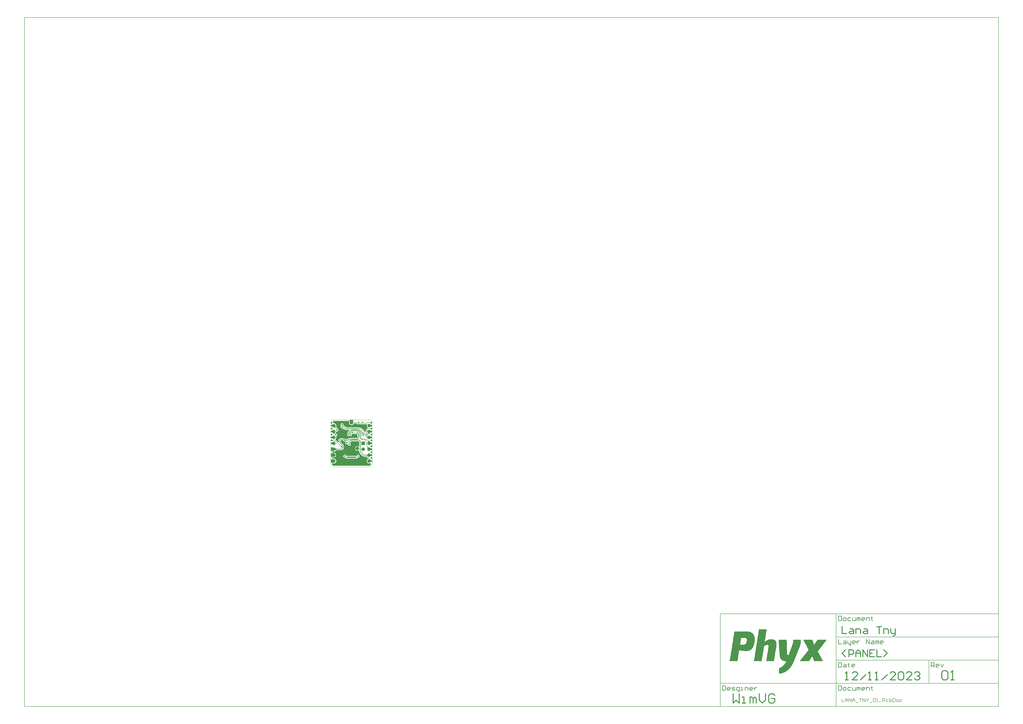
<source format=gbl>
G04*
G04 #@! TF.GenerationSoftware,Altium Limited,Altium Designer,23.10.1 (27)*
G04*
G04 Layer_Physical_Order=2*
G04 Layer_Color=3381759*
%FSLAX25Y25*%
%MOIN*%
G70*
G04*
G04 #@! TF.SameCoordinates,194C9E44-5DED-4EF5-99F0-288BDC966464*
G04*
G04*
G04 #@! TF.FilePolarity,Positive*
G04*
G01*
G75*
%ADD10C,0.00984*%
%ADD11C,0.00394*%
%ADD12C,0.00591*%
%ADD13C,0.00787*%
%ADD16C,0.01575*%
%ADD58C,0.00500*%
%ADD60C,0.01968*%
%ADD61C,0.02559*%
%ADD63C,0.02362*%
%ADD64C,0.05906*%
%ADD65R,0.05906X0.05906*%
%ADD66R,0.02500X0.03150*%
%ADD67R,0.05906X0.05000*%
%ADD68R,0.05000X0.05906*%
G36*
X67524Y74500D02*
X67519Y74547D01*
X67503Y74590D01*
X67478Y74628D01*
X67442Y74660D01*
X67396Y74687D01*
X67340Y74710D01*
X67273Y74727D01*
X67196Y74740D01*
X67109Y74748D01*
X67012Y74750D01*
Y75250D01*
X67109Y75252D01*
X67196Y75260D01*
X67273Y75273D01*
X67340Y75290D01*
X67396Y75313D01*
X67442Y75340D01*
X67478Y75372D01*
X67503Y75410D01*
X67519Y75453D01*
X67524Y75500D01*
Y74500D01*
D02*
G37*
G36*
X20080Y71485D02*
X20103Y71201D01*
X20125Y71074D01*
X20153Y70956D01*
X20188Y70848D01*
X20229Y70749D01*
X20277Y70661D01*
X20331Y70582D01*
X20392Y70513D01*
X20038Y70159D01*
X19969Y70220D01*
X19890Y70275D01*
X19802Y70323D01*
X19703Y70364D01*
X19595Y70398D01*
X19478Y70426D01*
X19350Y70448D01*
X19213Y70463D01*
X18910Y70473D01*
X20079Y71642D01*
X20080Y71485D01*
D02*
G37*
G36*
X7954Y69481D02*
X8030Y68249D01*
X8079Y67917D01*
X8141Y67624D01*
X8215Y67370D01*
X8301Y67155D01*
X8399Y66980D01*
X8510Y66844D01*
X8156Y66490D01*
X8020Y66601D01*
X7845Y66699D01*
X7630Y66785D01*
X7376Y66859D01*
X7083Y66921D01*
X6751Y66970D01*
X5969Y67033D01*
X5029Y67047D01*
X7953Y69971D01*
X7954Y69481D01*
D02*
G37*
G36*
X20082Y67554D02*
X20109Y67273D01*
X20133Y67148D01*
X20164Y67033D01*
X20203Y66929D01*
X20248Y66835D01*
X20301Y66752D01*
X20361Y66679D01*
X20428Y66616D01*
X20075Y66259D01*
X19999Y66314D01*
X19915Y66363D01*
X19822Y66405D01*
X19720Y66442D01*
X19608Y66473D01*
X19488Y66497D01*
X19358Y66516D01*
X19072Y66535D01*
X18916Y66536D01*
X20079Y67711D01*
X20082Y67554D01*
D02*
G37*
G36*
X67524Y64500D02*
X67519Y64547D01*
X67503Y64590D01*
X67478Y64627D01*
X67442Y64660D01*
X67396Y64688D01*
X67340Y64710D01*
X67273Y64727D01*
X67196Y64740D01*
X67109Y64748D01*
X67012Y64750D01*
Y65250D01*
X67109Y65253D01*
X67196Y65260D01*
X67273Y65272D01*
X67340Y65290D01*
X67396Y65312D01*
X67442Y65340D01*
X67478Y65373D01*
X67503Y65410D01*
X67519Y65452D01*
X67524Y65500D01*
Y64500D01*
D02*
G37*
G36*
X10452Y64170D02*
X10498Y64084D01*
X10554Y63997D01*
X10620Y63907D01*
X10695Y63816D01*
X10876Y63629D01*
X10982Y63532D01*
X11223Y63334D01*
X9581Y63141D01*
X9673Y63263D01*
X9753Y63381D01*
X9819Y63495D01*
X9871Y63606D01*
X9910Y63713D01*
X9936Y63816D01*
X9948Y63916D01*
X9947Y64012D01*
X9932Y64104D01*
X9904Y64193D01*
X10417Y64254D01*
X10452Y64170D01*
D02*
G37*
G36*
X30866Y77993D02*
Y75271D01*
X30830Y75000D01*
X30866Y74729D01*
Y73819D01*
X31015D01*
X31389Y72915D01*
X32052Y72052D01*
X32915Y71389D01*
X33921Y70973D01*
X35000Y70831D01*
X36079Y70973D01*
X37085Y71389D01*
X37948Y72052D01*
X38611Y72915D01*
X38870Y73541D01*
X42269D01*
X43055Y73537D01*
X43710Y73265D01*
X43713Y73268D01*
X43762Y73236D01*
X44302Y72821D01*
X44984Y72539D01*
X45660Y72450D01*
X45717Y72438D01*
Y72438D01*
X45717Y72438D01*
X59728D01*
X59728Y72438D01*
Y72438D01*
X59785Y72450D01*
X60461Y72539D01*
X60877Y72711D01*
X61358Y72123D01*
X61382Y72068D01*
X60973Y71079D01*
X60830Y70000D01*
X60973Y68921D01*
X61389Y67915D01*
X62052Y67052D01*
X62648Y66594D01*
X62656Y65801D01*
X62600Y65675D01*
X62189Y65455D01*
X61286Y64714D01*
X60545Y63811D01*
X59994Y62781D01*
X59655Y61663D01*
X59540Y60500D01*
X59541D01*
Y59268D01*
X58754Y59111D01*
X58670Y59313D01*
X57865Y60362D01*
X57854Y60351D01*
X54777Y63428D01*
X54783Y63433D01*
X53403Y64612D01*
X51855Y65560D01*
X50178Y66255D01*
X48413Y66679D01*
X46604Y66821D01*
Y66813D01*
X29381D01*
X29314Y66800D01*
X27691Y66960D01*
X26066Y67453D01*
X24569Y68253D01*
X23308Y69288D01*
X23270Y69344D01*
X21249Y71366D01*
X21306Y71654D01*
X21123Y72575D01*
X20601Y73357D01*
X19819Y73879D01*
X18898Y74062D01*
X17976Y73879D01*
X17195Y73357D01*
X16672Y72575D01*
X16489Y71654D01*
X16672Y70732D01*
X17002Y70238D01*
X17132Y69685D01*
X17002Y69132D01*
X16672Y68638D01*
X16489Y67716D01*
X16672Y66795D01*
X17195Y66013D01*
X17976Y65491D01*
X18898Y65308D01*
X19278Y65384D01*
X19826Y64916D01*
X21373Y63967D01*
X23050Y63273D01*
X24815Y62849D01*
X26625Y62707D01*
Y62714D01*
X30818D01*
X31109Y61927D01*
X30596Y61489D01*
X30402Y61323D01*
X30026Y60966D01*
X30026D01*
X29866Y60757D01*
X29168Y59847D01*
X28628Y58545D01*
X28444Y57147D01*
X28444D01*
X28242Y56443D01*
X28218Y56428D01*
X27696Y55646D01*
X27513Y54724D01*
X27696Y53803D01*
X28218Y53021D01*
X29000Y52499D01*
X29921Y52316D01*
X30843Y52499D01*
X31446Y52902D01*
X32216Y52388D01*
X33137Y52205D01*
X34059Y52388D01*
X34840Y52910D01*
X35362Y53692D01*
X35546Y54613D01*
X35411Y55291D01*
X35911Y55967D01*
X36351Y56004D01*
X36600Y55954D01*
X37093Y56053D01*
X37483Y55975D01*
X43834D01*
X43966Y55777D01*
X44722Y55272D01*
X44899Y55128D01*
X45157Y54506D01*
X45146Y54490D01*
X44963Y53569D01*
X45146Y52647D01*
X45665Y51870D01*
Y50127D01*
X45669Y50109D01*
X45575Y49638D01*
X45298Y49223D01*
X44883Y48946D01*
X44412Y48852D01*
X44394Y48856D01*
X31758D01*
Y48869D01*
X30352Y48684D01*
X29043Y48142D01*
X27918Y47279D01*
X27918D01*
X27244Y47005D01*
X25080D01*
X24303Y47525D01*
X23382Y47708D01*
X23037Y47639D01*
X22317Y48024D01*
X21003Y48423D01*
X19637Y48557D01*
Y48556D01*
X16730D01*
X16718Y48554D01*
X15764Y48428D01*
X14863Y48055D01*
X14089Y47461D01*
X13495Y46688D01*
X13122Y45787D01*
X12996Y44832D01*
X12994Y44820D01*
X12980D01*
X13165Y42941D01*
X13584Y41562D01*
X12888Y41144D01*
X10229Y43803D01*
X9676Y44365D01*
X9676Y44365D01*
X8590Y45257D01*
X7595Y45788D01*
X7451Y46482D01*
X7490Y46700D01*
X7948Y47052D01*
X8611Y47915D01*
X9027Y48921D01*
X9170Y50000D01*
X9027Y51079D01*
X8859Y51487D01*
X9189Y52106D01*
X9971Y52628D01*
X10493Y53409D01*
X10676Y54331D01*
X10493Y55252D01*
X9971Y56034D01*
X9189Y56556D01*
X8644Y56664D01*
X8279Y57483D01*
X8611Y57915D01*
X9027Y58921D01*
X9109Y59541D01*
X9196Y59658D01*
X9857Y60089D01*
X9950Y60101D01*
X10500Y59992D01*
X11422Y60175D01*
X12203Y60697D01*
X12725Y61478D01*
X12909Y62400D01*
X12725Y63322D01*
X12203Y64103D01*
X11581Y64519D01*
X11465Y64900D01*
X10862Y66029D01*
X10049Y67019D01*
X10049Y67019D01*
X9490Y67573D01*
X9094Y67970D01*
X9067Y68095D01*
X9029Y68354D01*
X8998Y68850D01*
X9027Y68921D01*
X9170Y70000D01*
X9027Y71079D01*
X8611Y72085D01*
X7948Y72948D01*
X7085Y73611D01*
X6079Y74027D01*
X5000Y74169D01*
X4468Y74099D01*
X3681Y74729D01*
Y77693D01*
X4127Y77878D01*
X4705Y77993D01*
X5000Y77993D01*
X30866Y77993D01*
D02*
G37*
G36*
X32854Y59021D02*
X32798Y58945D01*
X32757Y58864D01*
X32731Y58776D01*
X32719Y58683D01*
X32723Y58584D01*
X32742Y58480D01*
X32775Y58369D01*
X32824Y58253D01*
X32887Y58131D01*
X32966Y58003D01*
X31350Y58354D01*
X31488Y58443D01*
X31948Y58777D01*
X32040Y58856D01*
X32197Y59007D01*
X32262Y59080D01*
X32318Y59150D01*
X32854Y59021D01*
D02*
G37*
G36*
X44826Y57803D02*
X45322Y57828D01*
Y57132D01*
X45302Y57142D01*
X45263Y57151D01*
X45206Y57159D01*
X45037Y57172D01*
X44826Y57176D01*
Y56653D01*
X44722Y56754D01*
X44516Y56925D01*
X44414Y56994D01*
X44313Y57052D01*
X44213Y57100D01*
X44113Y57137D01*
X44014Y57164D01*
X43915Y57180D01*
X43817Y57185D01*
Y57776D01*
X43915Y57781D01*
X44014Y57797D01*
X44113Y57823D01*
X44213Y57861D01*
X44313Y57908D01*
X44414Y57967D01*
X44516Y58036D01*
X44619Y58116D01*
X44722Y58206D01*
X44826Y58307D01*
Y57803D01*
D02*
G37*
G36*
X53653Y58520D02*
X53732Y58465D01*
X53820Y58418D01*
X53919Y58376D01*
X54027Y58342D01*
X54144Y58314D01*
X54272Y58292D01*
X54409Y58278D01*
X54713Y58268D01*
X53543Y57098D01*
X53542Y57255D01*
X53519Y57539D01*
X53497Y57667D01*
X53469Y57784D01*
X53434Y57892D01*
X53393Y57991D01*
X53346Y58079D01*
X53291Y58158D01*
X53230Y58227D01*
X53584Y58581D01*
X53653Y58520D01*
D02*
G37*
G36*
X61256Y57287D02*
X61273Y57193D01*
X61303Y57096D01*
X61343Y56998D01*
X61396Y56898D01*
X61460Y56797D01*
X61536Y56693D01*
X61623Y56588D01*
X61722Y56481D01*
X61833Y56372D01*
X60180Y56339D01*
X60288Y56454D01*
X60471Y56675D01*
X60545Y56783D01*
X60607Y56887D01*
X60659Y56989D01*
X60699Y57088D01*
X60727Y57184D01*
X60744Y57278D01*
X60750Y57369D01*
X61250Y57380D01*
X61256Y57287D01*
D02*
G37*
G36*
X46854Y57375D02*
X46866Y57283D01*
X46887Y57191D01*
X46916Y57099D01*
X46955Y57009D01*
X47002Y56919D01*
X47058Y56830D01*
X47122Y56742D01*
X47196Y56655D01*
X47278Y56568D01*
X46582Y55872D01*
X46495Y55954D01*
X46407Y56027D01*
X46319Y56092D01*
X46230Y56148D01*
X46141Y56195D01*
X46050Y56233D01*
X45959Y56263D01*
X45867Y56284D01*
X45774Y56296D01*
X45681Y56299D01*
X46850Y57468D01*
X46854Y57375D01*
D02*
G37*
G36*
X7151Y57933D02*
X6978Y57658D01*
X6841Y57401D01*
X6739Y57160D01*
X6673Y56937D01*
X6642Y56731D01*
X6647Y56542D01*
X6688Y56370D01*
X6763Y56215D01*
X6875Y56077D01*
X6521Y55724D01*
X6369Y55865D01*
X6190Y56009D01*
X5986Y56157D01*
X5498Y56464D01*
X4905Y56785D01*
X3821Y57293D01*
X7359Y58224D01*
X7151Y57933D01*
D02*
G37*
G36*
X55907Y56918D02*
X55930Y56634D01*
X55952Y56507D01*
X55980Y56389D01*
X56014Y56281D01*
X56055Y56182D01*
X56103Y56094D01*
X56158Y56015D01*
X56218Y55946D01*
X55865Y55593D01*
X55796Y55653D01*
X55717Y55708D01*
X55629Y55756D01*
X55530Y55797D01*
X55422Y55831D01*
X55304Y55859D01*
X55177Y55881D01*
X55040Y55896D01*
X54736Y55906D01*
X55905Y57075D01*
X55907Y56918D01*
D02*
G37*
G36*
X66674Y57567D02*
X66213Y57248D01*
X64069Y55560D01*
X63993Y55458D01*
X63468Y55557D01*
X63551Y55730D01*
X63596Y55924D01*
X63603Y56141D01*
X63573Y56380D01*
X63505Y56641D01*
X63400Y56924D01*
X63257Y57229D01*
X63076Y57557D01*
X62857Y57906D01*
X62601Y58278D01*
X66674Y57567D01*
D02*
G37*
G36*
X34301Y56045D02*
X34277Y55957D01*
X34258Y55862D01*
X34244Y55758D01*
X34236Y55647D01*
X34236Y55399D01*
X34245Y55264D01*
X34302Y54808D01*
X32966Y55782D01*
X33115Y55808D01*
X33252Y55841D01*
X33375Y55881D01*
X33485Y55928D01*
X33582Y55982D01*
X33666Y56042D01*
X33737Y56109D01*
X33795Y56184D01*
X33840Y56265D01*
X33872Y56352D01*
X34301Y56045D01*
D02*
G37*
G36*
X47867Y55232D02*
X47877Y55118D01*
X47894Y55010D01*
X47917Y54908D01*
X47947Y54811D01*
X47984Y54720D01*
X48028Y54634D01*
X48078Y54555D01*
X48135Y54480D01*
X48198Y54412D01*
X46545Y54412D01*
X46608Y54480D01*
X46665Y54555D01*
X46715Y54634D01*
X46759Y54720D01*
X46796Y54811D01*
X46826Y54908D01*
X46849Y55010D01*
X46866Y55118D01*
X46876Y55232D01*
X46879Y55351D01*
X47864D01*
X47867Y55232D01*
D02*
G37*
G36*
X7196Y55764D02*
X7275Y55709D01*
X7364Y55662D01*
X7462Y55621D01*
X7570Y55586D01*
X7688Y55558D01*
X7815Y55537D01*
X7952Y55522D01*
X8256Y55512D01*
X7087Y54343D01*
X7085Y54499D01*
X7062Y54783D01*
X7040Y54911D01*
X7012Y55028D01*
X6978Y55137D01*
X6937Y55235D01*
X6889Y55323D01*
X6835Y55402D01*
X6774Y55471D01*
X7127Y55825D01*
X7196Y55764D01*
D02*
G37*
G36*
X53653Y54976D02*
X53732Y54922D01*
X53820Y54874D01*
X53919Y54833D01*
X54027Y54799D01*
X54144Y54771D01*
X54272Y54749D01*
X54409Y54734D01*
X54713Y54724D01*
X53543Y53555D01*
X53542Y53712D01*
X53519Y53996D01*
X53497Y54123D01*
X53469Y54241D01*
X53434Y54349D01*
X53393Y54447D01*
X53346Y54536D01*
X53291Y54615D01*
X53230Y54684D01*
X53584Y55037D01*
X53653Y54976D01*
D02*
G37*
G36*
X48135Y52657D02*
X48078Y52583D01*
X48028Y52503D01*
X47984Y52417D01*
X47947Y52326D01*
X47917Y52230D01*
X47894Y52127D01*
X47877Y52019D01*
X47867Y51906D01*
X47864Y51786D01*
X46879D01*
X46876Y51906D01*
X46866Y52019D01*
X46849Y52127D01*
X46826Y52230D01*
X46796Y52326D01*
X46759Y52417D01*
X46715Y52503D01*
X46665Y52583D01*
X46608Y52657D01*
X46545Y52725D01*
X48198D01*
X48135Y52657D01*
D02*
G37*
G36*
X62534Y48376D02*
X60504Y51144D01*
X60619Y51675D01*
X60786Y51580D01*
X60977Y51524D01*
X61190Y51505D01*
X61427Y51524D01*
X61686Y51581D01*
X61968Y51675D01*
X62273Y51808D01*
X62602Y51978D01*
X62953Y52187D01*
X63327Y52433D01*
X62534Y48376D01*
D02*
G37*
G36*
X22367Y46663D02*
X22586Y46572D01*
X22690Y46537D01*
X22887Y46488D01*
X22980Y46473D01*
X23070Y46466D01*
X23156Y46465D01*
X23238Y46472D01*
X22207Y45180D01*
X22191Y45279D01*
X22166Y45372D01*
X22132Y45461D01*
X22087Y45544D01*
X22033Y45622D01*
X21969Y45695D01*
X21895Y45762D01*
X21812Y45824D01*
X21719Y45880D01*
X21616Y45932D01*
X22252Y46718D01*
X22367Y46663D01*
D02*
G37*
G36*
X2481Y45452D02*
X2496Y45410D01*
X2522Y45373D01*
X2558Y45340D01*
X2604Y45312D01*
X2660Y45290D01*
X2727Y45272D01*
X2804Y45260D01*
X2891Y45252D01*
X2988Y45250D01*
Y44750D01*
X2891Y44747D01*
X2804Y44740D01*
X2727Y44728D01*
X2660Y44710D01*
X2604Y44688D01*
X2558Y44660D01*
X2522Y44627D01*
X2496Y44590D01*
X2481Y44548D01*
X2476Y44500D01*
Y45500D01*
X2481Y45452D01*
D02*
G37*
G36*
X24294Y46063D02*
X24368Y46006D01*
X24447Y45956D01*
X24533Y45912D01*
X24624Y45875D01*
X24721Y45845D01*
X24823Y45822D01*
X24931Y45805D01*
X25045Y45795D01*
X25164Y45792D01*
Y44807D01*
X25045Y44804D01*
X24931Y44794D01*
X24823Y44777D01*
X24721Y44754D01*
X24624Y44724D01*
X24533Y44687D01*
X24447Y44643D01*
X24368Y44593D01*
X24294Y44536D01*
X24225Y44473D01*
Y46126D01*
X24294Y46063D01*
D02*
G37*
G36*
X63623Y44327D02*
X63734Y44247D01*
X64704Y43628D01*
X66513Y42536D01*
X62495Y41563D01*
X62720Y41942D01*
X63055Y42624D01*
X63165Y42928D01*
X63237Y43207D01*
X63270Y43460D01*
X63265Y43689D01*
X63222Y43893D01*
X63140Y44072D01*
X63020Y44226D01*
X63564Y44378D01*
X63623Y44327D01*
D02*
G37*
G36*
X28429Y41724D02*
X28368Y41655D01*
X28314Y41576D01*
X28266Y41487D01*
X28225Y41389D01*
X28190Y41281D01*
X28162Y41163D01*
X28141Y41036D01*
X28126Y40899D01*
X28116Y40595D01*
X26947Y41764D01*
X27103Y41766D01*
X27387Y41789D01*
X27515Y41810D01*
X27633Y41838D01*
X27741Y41873D01*
X27839Y41914D01*
X27928Y41962D01*
X28006Y42016D01*
X28075Y42077D01*
X28429Y41724D01*
D02*
G37*
G36*
X31554Y39869D02*
X31564Y39783D01*
X31582Y39701D01*
X31607Y39625D01*
X31638Y39554D01*
X31677Y39488D01*
X31723Y39428D01*
X31776Y39373D01*
X31836Y39323D01*
X31904Y39278D01*
X30696D01*
X30764Y39323D01*
X30824Y39373D01*
X30877Y39428D01*
X30923Y39488D01*
X30962Y39554D01*
X30993Y39625D01*
X31018Y39701D01*
X31036Y39783D01*
X31047Y39869D01*
X31050Y39961D01*
X31550D01*
X31554Y39869D01*
D02*
G37*
G36*
X20570Y45035D02*
X21067Y44829D01*
X21157Y44378D01*
X21679Y43596D01*
X22460Y43074D01*
X23382Y42891D01*
X24303Y43074D01*
X25080Y43593D01*
X25924D01*
X26013Y42808D01*
X25232Y42286D01*
X24710Y41505D01*
X24526Y40583D01*
X24710Y39661D01*
X25232Y38880D01*
X26013Y38358D01*
X26935Y38175D01*
X27856Y38358D01*
X28146Y38552D01*
X28472Y38425D01*
X28920Y38121D01*
X29075Y37341D01*
X29597Y36560D01*
X30378Y36038D01*
X31300Y35855D01*
X32222Y36038D01*
X33003Y36560D01*
X33525Y37341D01*
X33709Y38263D01*
X33525Y39185D01*
X33003Y39966D01*
X32772Y40120D01*
X32870Y40859D01*
X33216Y41696D01*
X33768Y42414D01*
X34486Y42966D01*
X35323Y43312D01*
X36197Y43427D01*
X36220Y43423D01*
X46722D01*
Y43420D01*
X47111Y43343D01*
X47441Y43123D01*
X47661Y42793D01*
X47738Y42404D01*
X47741D01*
Y34951D01*
X47035Y34602D01*
X46993Y34634D01*
X46032Y35032D01*
X45500Y35102D01*
Y31181D01*
Y27260D01*
X46032Y27330D01*
X46993Y27728D01*
X47087Y27800D01*
X47806Y27480D01*
X47875Y26606D01*
X48295Y24857D01*
X48983Y23194D01*
X49924Y21660D01*
X51092Y20292D01*
X52460Y19123D01*
X53994Y18183D01*
X55657Y17495D01*
X57406Y17075D01*
X59200Y16933D01*
Y16933D01*
X59948Y16845D01*
X60645Y16556D01*
X61236Y16103D01*
X61241Y16095D01*
X62886Y14451D01*
X62897Y14116D01*
X62744Y13479D01*
X62052Y12948D01*
X61389Y12085D01*
X60973Y11079D01*
X60830Y10000D01*
X60973Y8921D01*
X61389Y7915D01*
X62052Y7052D01*
X62915Y6389D01*
X63921Y5973D01*
X65000Y5830D01*
X66079Y5973D01*
X67085Y6389D01*
X67206Y6482D01*
X67993Y6094D01*
X67993Y4705D01*
X67878Y4127D01*
X67652Y3582D01*
X67325Y3092D01*
X66908Y2675D01*
X66418Y2348D01*
X65873Y2122D01*
X65295Y2007D01*
X65000Y2007D01*
X5000Y2007D01*
X4705Y2007D01*
X4127Y2122D01*
X3582Y2348D01*
X3092Y2675D01*
X2675Y3092D01*
X2348Y3582D01*
X2122Y4127D01*
X2007Y4705D01*
X2007Y5866D01*
X4729D01*
X5000Y5830D01*
X5271Y5866D01*
X6181D01*
Y6015D01*
X7085Y6389D01*
X7948Y7052D01*
X8611Y7915D01*
X9027Y8921D01*
X9170Y10000D01*
X9027Y11079D01*
X8611Y12085D01*
X7948Y12948D01*
X7085Y13611D01*
X6181Y13985D01*
Y14134D01*
X5271D01*
X5000Y14169D01*
X4729Y14134D01*
X2007D01*
Y16047D01*
X4500D01*
Y20000D01*
Y23953D01*
X2007D01*
Y25866D01*
X4729D01*
X5000Y25831D01*
X5271Y25866D01*
X6181D01*
Y26015D01*
X7085Y26389D01*
X7948Y27052D01*
X8611Y27915D01*
X8631Y27964D01*
X8839Y28120D01*
X9047Y28257D01*
X9113Y28294D01*
X17325D01*
Y28286D01*
X18551Y28448D01*
X19693Y28921D01*
X20673Y29673D01*
X21426Y30654D01*
X21898Y31795D01*
X22060Y33021D01*
X22052D01*
Y34061D01*
X22005Y34295D01*
X21950Y34862D01*
X21508Y36319D01*
X20790Y37661D01*
X19824Y38838D01*
X19821Y38835D01*
X18223Y40433D01*
X18187Y40457D01*
X17441Y41366D01*
X16867Y42441D01*
X16513Y43607D01*
X16428Y44465D01*
X16445Y44504D01*
X16991Y45106D01*
X17070Y45144D01*
X19637D01*
X19678Y45153D01*
X20570Y45035D01*
D02*
G37*
G36*
X17039Y35291D02*
X17118Y35237D01*
X17206Y35189D01*
X17304Y35148D01*
X17412Y35113D01*
X17530Y35085D01*
X17658Y35064D01*
X17795Y35049D01*
X18098Y35039D01*
X16929Y33870D01*
X16928Y34027D01*
X16904Y34311D01*
X16883Y34438D01*
X16855Y34556D01*
X16820Y34664D01*
X16779Y34762D01*
X16731Y34851D01*
X16677Y34930D01*
X16616Y34999D01*
X16970Y35352D01*
X17039Y35291D01*
D02*
G37*
G36*
X62320Y33652D02*
X62463Y33514D01*
X62646Y33390D01*
X62870Y33281D01*
X63133Y33188D01*
X63437Y33111D01*
X63781Y33048D01*
X64166Y33001D01*
X65055Y32952D01*
X62049Y30114D01*
X62066Y30640D01*
X62024Y32630D01*
X61990Y32900D01*
X61948Y33127D01*
X61897Y33311D01*
X61838Y33453D01*
X62217Y33807D01*
X62320Y33652D01*
D02*
G37*
G36*
X7412Y31768D02*
X7989Y31264D01*
X8262Y31059D01*
X8524Y30886D01*
X8776Y30744D01*
X9019Y30634D01*
X9250Y30555D01*
X9472Y30508D01*
X9683Y30492D01*
Y29508D01*
X9472Y29492D01*
X9250Y29445D01*
X9019Y29366D01*
X8776Y29256D01*
X8524Y29114D01*
X8262Y28941D01*
X7989Y28736D01*
X7412Y28232D01*
X7109Y27933D01*
Y32067D01*
X7412Y31768D01*
D02*
G37*
G36*
X62758Y18078D02*
X62477Y18396D01*
X61944Y18931D01*
X61693Y19148D01*
X61452Y19332D01*
X61221Y19482D01*
X61001Y19600D01*
X60790Y19683D01*
X60590Y19733D01*
X60400Y19750D01*
Y20250D01*
X60590Y20267D01*
X60790Y20317D01*
X61001Y20401D01*
X61221Y20517D01*
X61452Y20668D01*
X61693Y20852D01*
X61944Y21069D01*
X62477Y21604D01*
X62758Y21922D01*
Y18078D01*
D02*
G37*
G36*
X65255Y13482D02*
X65270Y13374D01*
X65295Y13276D01*
X65331Y13187D01*
X65376Y13108D01*
X65432Y13038D01*
X65497Y12978D01*
X65573Y12927D01*
X65659Y12886D01*
X65755Y12855D01*
X64245D01*
X64341Y12886D01*
X64427Y12927D01*
X64503Y12978D01*
X64568Y13038D01*
X64624Y13108D01*
X64669Y13187D01*
X64705Y13276D01*
X64730Y13374D01*
X64745Y13482D01*
X64750Y13600D01*
X65250D01*
X65255Y13482D01*
D02*
G37*
G36*
X841951Y-293603D02*
X841665D01*
Y-293889D01*
X841378D01*
Y-294176D01*
Y-294462D01*
X841092D01*
Y-294748D01*
X840806D01*
Y-295035D01*
X840519D01*
Y-295321D01*
Y-295607D01*
X840233D01*
Y-295894D01*
X839947D01*
Y-296180D01*
X839660D01*
Y-296466D01*
X839374D01*
Y-296752D01*
Y-297039D01*
X839088D01*
Y-297325D01*
X838801D01*
Y-297611D01*
X838515D01*
Y-297898D01*
Y-298184D01*
X838229D01*
Y-298470D01*
X837943D01*
Y-298757D01*
X837656D01*
Y-299043D01*
X837370D01*
Y-299329D01*
Y-299616D01*
X837084D01*
Y-299902D01*
X836797D01*
Y-300188D01*
X836511D01*
Y-300475D01*
Y-300761D01*
X836225D01*
Y-301047D01*
X835938D01*
Y-301333D01*
X835652D01*
Y-301620D01*
Y-301906D01*
X835366D01*
Y-302192D01*
X835079D01*
Y-302479D01*
X834793D01*
Y-302765D01*
X834507D01*
Y-303051D01*
Y-303338D01*
X834221D01*
Y-303624D01*
X833934D01*
Y-303910D01*
X833648D01*
Y-304197D01*
Y-304483D01*
X833362D01*
Y-304769D01*
X833075D01*
Y-305055D01*
X832789D01*
Y-305342D01*
Y-305628D01*
X832503D01*
Y-305914D01*
X832216D01*
Y-306201D01*
X831930D01*
Y-306487D01*
X831644D01*
Y-306773D01*
Y-307060D01*
X831357D01*
Y-307346D01*
X831071D01*
Y-307632D01*
X830785D01*
Y-307919D01*
Y-308205D01*
X830499D01*
Y-308491D01*
X830212D01*
Y-308778D01*
X829926D01*
Y-309064D01*
Y-309350D01*
X829640D01*
Y-309636D01*
X829353D01*
Y-309923D01*
X829067D01*
Y-310209D01*
X828781D01*
Y-310495D01*
Y-310782D01*
X828494D01*
Y-311068D01*
X828208D01*
Y-311354D01*
X827922D01*
Y-311641D01*
Y-311927D01*
X827635D01*
Y-312213D01*
X827349D01*
Y-312500D01*
X827063D01*
Y-312786D01*
X826776D01*
Y-313072D01*
Y-313359D01*
X827063D01*
Y-313645D01*
Y-313931D01*
X827349D01*
Y-314217D01*
Y-314504D01*
X827635D01*
Y-314790D01*
X827922D01*
Y-315076D01*
Y-315363D01*
X828208D01*
Y-315649D01*
Y-315935D01*
X828494D01*
Y-316222D01*
Y-316508D01*
X828781D01*
Y-316794D01*
Y-317081D01*
X829067D01*
Y-317367D01*
Y-317653D01*
X829353D01*
Y-317940D01*
Y-318226D01*
X829640D01*
Y-318512D01*
Y-318798D01*
X829926D01*
Y-319085D01*
Y-319371D01*
X830212D01*
Y-319657D01*
X830499D01*
Y-319944D01*
Y-320230D01*
X830785D01*
Y-320516D01*
Y-320803D01*
X831071D01*
Y-321089D01*
Y-321375D01*
X831357D01*
Y-321662D01*
Y-321948D01*
X831644D01*
Y-322234D01*
Y-322521D01*
X831930D01*
Y-322807D01*
Y-323093D01*
X832216D01*
Y-323379D01*
Y-323666D01*
X832503D01*
Y-323952D01*
X832789D01*
Y-324238D01*
Y-324525D01*
X833075D01*
Y-324811D01*
Y-325097D01*
X833362D01*
Y-325384D01*
Y-325670D01*
X833648D01*
Y-325956D01*
Y-326243D01*
X833934D01*
Y-326529D01*
Y-326815D01*
X834221D01*
Y-327102D01*
Y-327388D01*
X834507D01*
Y-327674D01*
Y-327960D01*
X834793D01*
Y-328247D01*
X835079D01*
Y-328533D01*
Y-328819D01*
X835366D01*
Y-329106D01*
Y-329392D01*
X835652D01*
Y-329678D01*
X820477D01*
Y-329392D01*
X820191D01*
Y-329106D01*
Y-328819D01*
Y-328533D01*
X819905D01*
Y-328247D01*
Y-327960D01*
Y-327674D01*
X819619D01*
Y-327388D01*
Y-327102D01*
X819332D01*
Y-326815D01*
Y-326529D01*
Y-326243D01*
X819046D01*
Y-325956D01*
Y-325670D01*
Y-325384D01*
X818760D01*
Y-325097D01*
Y-324811D01*
X818473D01*
Y-324525D01*
Y-324238D01*
Y-323952D01*
X818187D01*
Y-323666D01*
Y-323379D01*
Y-323093D01*
X817901D01*
Y-322807D01*
Y-322521D01*
Y-322234D01*
X817614D01*
Y-321948D01*
X817042D01*
Y-322234D01*
Y-322521D01*
X816755D01*
Y-322807D01*
X816469D01*
Y-323093D01*
Y-323379D01*
X816183D01*
Y-323666D01*
X815897D01*
Y-323952D01*
Y-324238D01*
X815610D01*
Y-324525D01*
X815324D01*
Y-324811D01*
Y-325097D01*
X815038D01*
Y-325384D01*
X814751D01*
Y-325670D01*
X814465D01*
Y-325956D01*
Y-326243D01*
X814179D01*
Y-326529D01*
X813892D01*
Y-326815D01*
Y-327102D01*
X813606D01*
Y-327388D01*
X813320D01*
Y-327674D01*
Y-327960D01*
X813033D01*
Y-328247D01*
X812747D01*
Y-328533D01*
Y-328819D01*
X812461D01*
Y-329106D01*
X812174D01*
Y-329392D01*
Y-329678D01*
X796141D01*
Y-329392D01*
X796427D01*
Y-329106D01*
X796714D01*
Y-328819D01*
X797000D01*
Y-328533D01*
X797286D01*
Y-328247D01*
Y-327960D01*
X797573D01*
Y-327674D01*
X797859D01*
Y-327388D01*
X798145D01*
Y-327102D01*
X798431D01*
Y-326815D01*
Y-326529D01*
X798718D01*
Y-326243D01*
X799004D01*
Y-325956D01*
X799290D01*
Y-325670D01*
Y-325384D01*
X799577D01*
Y-325097D01*
X799863D01*
Y-324811D01*
X800149D01*
Y-324525D01*
X800436D01*
Y-324238D01*
Y-323952D01*
X800722D01*
Y-323666D01*
X801008D01*
Y-323379D01*
X801295D01*
Y-323093D01*
X801581D01*
Y-322807D01*
Y-322521D01*
X801867D01*
Y-322234D01*
X802153D01*
Y-321948D01*
X802440D01*
Y-321662D01*
Y-321375D01*
X802726D01*
Y-321089D01*
X803012D01*
Y-320803D01*
X803299D01*
Y-320516D01*
X803585D01*
Y-320230D01*
Y-319944D01*
X803871D01*
Y-319657D01*
X804158D01*
Y-319371D01*
X804444D01*
Y-319085D01*
Y-318798D01*
X804730D01*
Y-318512D01*
X805017D01*
Y-318226D01*
X805303D01*
Y-317940D01*
X805589D01*
Y-317653D01*
Y-317367D01*
X805876D01*
Y-317081D01*
X806162D01*
Y-316794D01*
X806448D01*
Y-316508D01*
Y-316222D01*
X806734D01*
Y-315935D01*
X807021D01*
Y-315649D01*
X807307D01*
Y-315363D01*
X807594D01*
Y-315076D01*
Y-314790D01*
X807880D01*
Y-314504D01*
X808166D01*
Y-314217D01*
X808452D01*
Y-313931D01*
X808739D01*
Y-313645D01*
Y-313359D01*
X809025D01*
Y-313072D01*
X809311D01*
Y-312786D01*
X809598D01*
Y-312500D01*
Y-312213D01*
X809884D01*
Y-311927D01*
X810170D01*
Y-311641D01*
X810457D01*
Y-311354D01*
X810743D01*
Y-311068D01*
Y-310782D01*
X811029D01*
Y-310495D01*
Y-310209D01*
Y-309923D01*
X810743D01*
Y-309636D01*
X810457D01*
Y-309350D01*
Y-309064D01*
X810170D01*
Y-308778D01*
Y-308491D01*
X809884D01*
Y-308205D01*
Y-307919D01*
X809598D01*
Y-307632D01*
Y-307346D01*
X809311D01*
Y-307060D01*
Y-306773D01*
X809025D01*
Y-306487D01*
Y-306201D01*
X808739D01*
Y-305914D01*
X808452D01*
Y-305628D01*
Y-305342D01*
X808166D01*
Y-305055D01*
Y-304769D01*
X807880D01*
Y-304483D01*
Y-304197D01*
X807594D01*
Y-303910D01*
Y-303624D01*
X807307D01*
Y-303338D01*
Y-303051D01*
X807021D01*
Y-302765D01*
Y-302479D01*
X806734D01*
Y-302192D01*
X806448D01*
Y-301906D01*
Y-301620D01*
X806162D01*
Y-301333D01*
Y-301047D01*
X805876D01*
Y-300761D01*
Y-300475D01*
X805589D01*
Y-300188D01*
Y-299902D01*
X805303D01*
Y-299616D01*
Y-299329D01*
X805017D01*
Y-299043D01*
Y-298757D01*
X804730D01*
Y-298470D01*
Y-298184D01*
X804444D01*
Y-297898D01*
X804158D01*
Y-297611D01*
Y-297325D01*
X803871D01*
Y-297039D01*
Y-296752D01*
X803585D01*
Y-296466D01*
Y-296180D01*
X803299D01*
Y-295894D01*
Y-295607D01*
X803012D01*
Y-295321D01*
Y-295035D01*
X802726D01*
Y-294748D01*
Y-294462D01*
X802440D01*
Y-294176D01*
X802153D01*
Y-293889D01*
Y-293603D01*
X801867D01*
Y-293317D01*
X817614D01*
Y-293603D01*
X817901D01*
Y-293889D01*
Y-294176D01*
Y-294462D01*
X818187D01*
Y-294748D01*
Y-295035D01*
Y-295321D01*
X818473D01*
Y-295607D01*
Y-295894D01*
Y-296180D01*
X818760D01*
Y-296466D01*
Y-296752D01*
Y-297039D01*
X819046D01*
Y-297325D01*
Y-297611D01*
Y-297898D01*
X819332D01*
Y-298184D01*
Y-298470D01*
Y-298757D01*
X819619D01*
Y-299043D01*
Y-299329D01*
Y-299616D01*
X819905D01*
Y-299902D01*
Y-300188D01*
Y-300475D01*
X820191D01*
Y-300761D01*
Y-301047D01*
Y-301333D01*
Y-301620D01*
X820764D01*
Y-301333D01*
X821050D01*
Y-301047D01*
X821336D01*
Y-300761D01*
Y-300475D01*
X821623D01*
Y-300188D01*
X821909D01*
Y-299902D01*
Y-299616D01*
X822195D01*
Y-299329D01*
X822482D01*
Y-299043D01*
Y-298757D01*
X822768D01*
Y-298470D01*
X823054D01*
Y-298184D01*
Y-297898D01*
X823341D01*
Y-297611D01*
X823627D01*
Y-297325D01*
Y-297039D01*
X823913D01*
Y-296752D01*
X824200D01*
Y-296466D01*
Y-296180D01*
X824486D01*
Y-295894D01*
X824772D01*
Y-295607D01*
Y-295321D01*
X825058D01*
Y-295035D01*
X825345D01*
Y-294748D01*
Y-294462D01*
X825631D01*
Y-294176D01*
X825918D01*
Y-293889D01*
Y-293603D01*
X826204D01*
Y-293317D01*
X841951D01*
Y-293603D01*
D02*
G37*
G36*
X708815Y-279574D02*
X710533D01*
Y-279860D01*
X711392D01*
Y-280146D01*
X712251D01*
Y-280433D01*
X713110D01*
Y-280719D01*
X713683D01*
Y-281005D01*
X713969D01*
Y-281292D01*
X714542D01*
Y-281578D01*
X714828D01*
Y-281864D01*
X715401D01*
Y-282151D01*
X715687D01*
Y-282437D01*
X715973D01*
Y-282723D01*
X716260D01*
Y-283009D01*
X716546D01*
Y-283296D01*
X716832D01*
Y-283582D01*
X717119D01*
Y-283868D01*
Y-284155D01*
X717405D01*
Y-284441D01*
X717691D01*
Y-284727D01*
Y-285014D01*
X717978D01*
Y-285300D01*
X718264D01*
Y-285586D01*
Y-285873D01*
X718550D01*
Y-286159D01*
Y-286445D01*
Y-286732D01*
X718836D01*
Y-287018D01*
Y-287304D01*
Y-287590D01*
X719123D01*
Y-287877D01*
Y-288163D01*
Y-288449D01*
Y-288736D01*
X719409D01*
Y-289022D01*
Y-289308D01*
Y-289595D01*
Y-289881D01*
Y-290167D01*
X719695D01*
Y-290454D01*
Y-290740D01*
Y-291026D01*
Y-291313D01*
Y-291599D01*
Y-291885D01*
Y-292171D01*
Y-292458D01*
Y-292744D01*
Y-293030D01*
Y-293317D01*
Y-293603D01*
Y-293889D01*
Y-294176D01*
Y-294462D01*
Y-294748D01*
Y-295035D01*
Y-295321D01*
Y-295607D01*
Y-295894D01*
X719409D01*
Y-296180D01*
Y-296466D01*
Y-296752D01*
Y-297039D01*
Y-297325D01*
Y-297611D01*
Y-297898D01*
X719123D01*
Y-298184D01*
Y-298470D01*
Y-298757D01*
Y-299043D01*
Y-299329D01*
X718836D01*
Y-299616D01*
Y-299902D01*
Y-300188D01*
Y-300475D01*
Y-300761D01*
X718550D01*
Y-301047D01*
Y-301333D01*
Y-301620D01*
X718264D01*
Y-301906D01*
Y-302192D01*
Y-302479D01*
Y-302765D01*
X717978D01*
Y-303051D01*
Y-303338D01*
Y-303624D01*
X717691D01*
Y-303910D01*
Y-304197D01*
X717405D01*
Y-304483D01*
Y-304769D01*
Y-305055D01*
X717119D01*
Y-305342D01*
Y-305628D01*
X716832D01*
Y-305914D01*
Y-306201D01*
X716546D01*
Y-306487D01*
Y-306773D01*
X716260D01*
Y-307060D01*
X715973D01*
Y-307346D01*
Y-307632D01*
X715687D01*
Y-307919D01*
X715401D01*
Y-308205D01*
X715114D01*
Y-308491D01*
Y-308778D01*
X714828D01*
Y-309064D01*
X714542D01*
Y-309350D01*
X714256D01*
Y-309636D01*
X713969D01*
Y-309923D01*
X713683D01*
Y-310209D01*
X713110D01*
Y-310495D01*
X712824D01*
Y-310782D01*
X712251D01*
Y-311068D01*
X711965D01*
Y-311354D01*
X711392D01*
Y-311641D01*
X710533D01*
Y-311927D01*
X709674D01*
Y-312213D01*
X708815D01*
Y-312500D01*
X707098D01*
Y-312786D01*
X701944D01*
Y-312500D01*
X699367D01*
Y-312213D01*
X697363D01*
Y-311927D01*
X695931D01*
Y-311641D01*
X694500D01*
Y-311354D01*
X693068D01*
Y-311641D01*
Y-311927D01*
Y-312213D01*
Y-312500D01*
Y-312786D01*
Y-313072D01*
Y-313359D01*
X692782D01*
Y-313645D01*
Y-313931D01*
Y-314217D01*
Y-314504D01*
Y-314790D01*
Y-315076D01*
X692496D01*
Y-315363D01*
Y-315649D01*
Y-315935D01*
Y-316222D01*
Y-316508D01*
Y-316794D01*
X692209D01*
Y-317081D01*
Y-317367D01*
Y-317653D01*
Y-317940D01*
Y-318226D01*
Y-318512D01*
Y-318798D01*
X691923D01*
Y-319085D01*
Y-319371D01*
Y-319657D01*
Y-319944D01*
Y-320230D01*
Y-320516D01*
X691637D01*
Y-320803D01*
Y-321089D01*
Y-321375D01*
Y-321662D01*
Y-321948D01*
Y-322234D01*
X691350D01*
Y-322521D01*
Y-322807D01*
Y-323093D01*
Y-323379D01*
Y-323666D01*
Y-323952D01*
Y-324238D01*
X691064D01*
Y-324525D01*
Y-324811D01*
Y-325097D01*
Y-325384D01*
Y-325670D01*
Y-325956D01*
X690778D01*
Y-326243D01*
Y-326529D01*
Y-326815D01*
Y-327102D01*
Y-327388D01*
Y-327674D01*
X690491D01*
Y-327960D01*
Y-328247D01*
Y-328533D01*
Y-328819D01*
Y-329106D01*
Y-329392D01*
Y-329678D01*
X677035D01*
Y-329392D01*
X677321D01*
Y-329106D01*
Y-328819D01*
Y-328533D01*
Y-328247D01*
Y-327960D01*
X677607D01*
Y-327674D01*
Y-327388D01*
Y-327102D01*
Y-326815D01*
Y-326529D01*
Y-326243D01*
Y-325956D01*
X677894D01*
Y-325670D01*
Y-325384D01*
Y-325097D01*
Y-324811D01*
Y-324525D01*
Y-324238D01*
X678180D01*
Y-323952D01*
Y-323666D01*
Y-323379D01*
Y-323093D01*
Y-322807D01*
Y-322521D01*
X678466D01*
Y-322234D01*
Y-321948D01*
Y-321662D01*
Y-321375D01*
Y-321089D01*
Y-320803D01*
Y-320516D01*
X678753D01*
Y-320230D01*
Y-319944D01*
Y-319657D01*
Y-319371D01*
Y-319085D01*
Y-318798D01*
X679039D01*
Y-318512D01*
Y-318226D01*
Y-317940D01*
Y-317653D01*
Y-317367D01*
Y-317081D01*
X679325D01*
Y-316794D01*
Y-316508D01*
Y-316222D01*
Y-315935D01*
Y-315649D01*
Y-315363D01*
X679612D01*
Y-315076D01*
Y-314790D01*
Y-314504D01*
Y-314217D01*
Y-313931D01*
Y-313645D01*
Y-313359D01*
X679898D01*
Y-313072D01*
Y-312786D01*
Y-312500D01*
Y-312213D01*
Y-311927D01*
Y-311641D01*
X680184D01*
Y-311354D01*
Y-311068D01*
Y-310782D01*
Y-310495D01*
Y-310209D01*
Y-309923D01*
X680471D01*
Y-309636D01*
Y-309350D01*
Y-309064D01*
Y-308778D01*
Y-308491D01*
Y-308205D01*
X680757D01*
Y-307919D01*
Y-307632D01*
Y-307346D01*
Y-307060D01*
Y-306773D01*
Y-306487D01*
Y-306201D01*
X681043D01*
Y-305914D01*
Y-305628D01*
Y-305342D01*
Y-305055D01*
Y-304769D01*
Y-304483D01*
X681329D01*
Y-304197D01*
Y-303910D01*
Y-303624D01*
Y-303338D01*
Y-303051D01*
Y-302765D01*
X681616D01*
Y-302479D01*
Y-302192D01*
Y-301906D01*
Y-301620D01*
Y-301333D01*
Y-301047D01*
Y-300761D01*
X681902D01*
Y-300475D01*
Y-300188D01*
Y-299902D01*
Y-299616D01*
Y-299329D01*
Y-299043D01*
X682188D01*
Y-298757D01*
Y-298470D01*
Y-298184D01*
Y-297898D01*
Y-297611D01*
Y-297325D01*
X682475D01*
Y-297039D01*
Y-296752D01*
Y-296466D01*
Y-296180D01*
Y-295894D01*
Y-295607D01*
X682761D01*
Y-295321D01*
Y-295035D01*
Y-294748D01*
Y-294462D01*
Y-294176D01*
Y-293889D01*
Y-293603D01*
X683047D01*
Y-293317D01*
Y-293030D01*
Y-292744D01*
Y-292458D01*
Y-292171D01*
Y-291885D01*
X683334D01*
Y-291599D01*
Y-291313D01*
Y-291026D01*
Y-290740D01*
Y-290454D01*
Y-290167D01*
X683620D01*
Y-289881D01*
Y-289595D01*
Y-289308D01*
Y-289022D01*
Y-288736D01*
Y-288449D01*
Y-288163D01*
X683906D01*
Y-287877D01*
Y-287590D01*
Y-287304D01*
Y-287018D01*
Y-286732D01*
Y-286445D01*
X684193D01*
Y-286159D01*
Y-285873D01*
Y-285586D01*
Y-285300D01*
Y-285014D01*
Y-284727D01*
X684479D01*
Y-284441D01*
Y-284155D01*
Y-283868D01*
Y-283582D01*
Y-283296D01*
Y-283009D01*
Y-282723D01*
X684765D01*
Y-282437D01*
Y-282151D01*
Y-281864D01*
Y-281578D01*
Y-281292D01*
Y-281005D01*
X685052D01*
Y-280719D01*
Y-280433D01*
Y-280146D01*
Y-279860D01*
Y-279574D01*
Y-279287D01*
X708815D01*
Y-279574D01*
D02*
G37*
G36*
X797859Y-293603D02*
Y-293889D01*
Y-294176D01*
Y-294462D01*
Y-294748D01*
Y-295035D01*
Y-295321D01*
Y-295607D01*
Y-295894D01*
Y-296180D01*
Y-296466D01*
Y-296752D01*
Y-297039D01*
Y-297325D01*
Y-297611D01*
Y-297898D01*
Y-298184D01*
Y-298470D01*
Y-298757D01*
Y-299043D01*
Y-299329D01*
X797573D01*
Y-299616D01*
Y-299902D01*
Y-300188D01*
Y-300475D01*
Y-300761D01*
X797286D01*
Y-301047D01*
Y-301333D01*
Y-301620D01*
Y-301906D01*
X797000D01*
Y-302192D01*
Y-302479D01*
Y-302765D01*
Y-303051D01*
X796714D01*
Y-303338D01*
Y-303624D01*
Y-303910D01*
X796427D01*
Y-304197D01*
Y-304483D01*
Y-304769D01*
X796141D01*
Y-305055D01*
Y-305342D01*
Y-305628D01*
X795855D01*
Y-305914D01*
Y-306201D01*
Y-306487D01*
X795568D01*
Y-306773D01*
Y-307060D01*
X795282D01*
Y-307346D01*
Y-307632D01*
X794996D01*
Y-307919D01*
Y-308205D01*
Y-308491D01*
X794709D01*
Y-308778D01*
Y-309064D01*
X794423D01*
Y-309350D01*
Y-309636D01*
Y-309923D01*
X794137D01*
Y-310209D01*
Y-310495D01*
X793850D01*
Y-310782D01*
Y-311068D01*
Y-311354D01*
X793564D01*
Y-311641D01*
Y-311927D01*
X793278D01*
Y-312213D01*
Y-312500D01*
Y-312786D01*
X792991D01*
Y-313072D01*
Y-313359D01*
X792705D01*
Y-313645D01*
Y-313931D01*
Y-314217D01*
X792419D01*
Y-314504D01*
Y-314790D01*
X792133D01*
Y-315076D01*
Y-315363D01*
Y-315649D01*
X791846D01*
Y-315935D01*
Y-316222D01*
X791560D01*
Y-316508D01*
Y-316794D01*
Y-317081D01*
X791274D01*
Y-317367D01*
Y-317653D01*
X790987D01*
Y-317940D01*
Y-318226D01*
Y-318512D01*
X790701D01*
Y-318798D01*
Y-319085D01*
X790415D01*
Y-319371D01*
Y-319657D01*
Y-319944D01*
X790128D01*
Y-320230D01*
Y-320516D01*
X789842D01*
Y-320803D01*
Y-321089D01*
Y-321375D01*
X789556D01*
Y-321662D01*
Y-321948D01*
X789269D01*
Y-322234D01*
Y-322521D01*
Y-322807D01*
X788983D01*
Y-323093D01*
Y-323379D01*
X788697D01*
Y-323666D01*
Y-323952D01*
Y-324238D01*
X788411D01*
Y-324525D01*
Y-324811D01*
X788124D01*
Y-325097D01*
Y-325384D01*
Y-325670D01*
X787838D01*
Y-325956D01*
Y-326243D01*
X787552D01*
Y-326529D01*
Y-326815D01*
Y-327102D01*
X787265D01*
Y-327388D01*
Y-327674D01*
X786979D01*
Y-327960D01*
Y-328247D01*
Y-328533D01*
X786693D01*
Y-328819D01*
Y-329106D01*
X786406D01*
Y-329392D01*
Y-329678D01*
Y-329965D01*
X786120D01*
Y-330251D01*
Y-330537D01*
X785834D01*
Y-330824D01*
Y-331110D01*
X785547D01*
Y-331396D01*
Y-331683D01*
X785261D01*
Y-331969D01*
Y-332255D01*
Y-332542D01*
X784975D01*
Y-332828D01*
X784688D01*
Y-333114D01*
Y-333401D01*
Y-333687D01*
X784402D01*
Y-333973D01*
X784116D01*
Y-334259D01*
Y-334546D01*
X783829D01*
Y-334832D01*
Y-335118D01*
X783543D01*
Y-335405D01*
Y-335691D01*
X783257D01*
Y-335977D01*
Y-336264D01*
X782971D01*
Y-336550D01*
X782684D01*
Y-336836D01*
Y-337123D01*
X782398D01*
Y-337409D01*
Y-337695D01*
X782112D01*
Y-337982D01*
X781825D01*
Y-338268D01*
X781539D01*
Y-338554D01*
Y-338840D01*
X781253D01*
Y-339127D01*
X780966D01*
Y-339413D01*
Y-339699D01*
X780680D01*
Y-339986D01*
X780394D01*
Y-340272D01*
X780107D01*
Y-340558D01*
Y-340845D01*
X779821D01*
Y-341131D01*
X779535D01*
Y-341417D01*
X779249D01*
Y-341704D01*
X778962D01*
Y-341990D01*
X778676D01*
Y-342276D01*
Y-342563D01*
X778390D01*
Y-342849D01*
X778103D01*
Y-343135D01*
X777817D01*
Y-343421D01*
X777531D01*
Y-343708D01*
X777244D01*
Y-343994D01*
X776958D01*
Y-344280D01*
X776672D01*
Y-344567D01*
X776099D01*
Y-344853D01*
X775813D01*
Y-345139D01*
X775526D01*
Y-345426D01*
X775240D01*
Y-345712D01*
X774954D01*
Y-345998D01*
X774381D01*
Y-346285D01*
X774095D01*
Y-346571D01*
X773522D01*
Y-346857D01*
X773236D01*
Y-347144D01*
X772663D01*
Y-347430D01*
X772377D01*
Y-347716D01*
X771804D01*
Y-348002D01*
X771232D01*
Y-348289D01*
X770659D01*
Y-348575D01*
X770086D01*
Y-348861D01*
X769514D01*
Y-349148D01*
X768655D01*
Y-349434D01*
X768082D01*
Y-349720D01*
X767223D01*
Y-350007D01*
X766078D01*
Y-350293D01*
X764933D01*
Y-350579D01*
X763215D01*
Y-350866D01*
X761211D01*
Y-351152D01*
X760924D01*
Y-350866D01*
Y-350579D01*
Y-350293D01*
Y-350007D01*
Y-349720D01*
Y-349434D01*
Y-349148D01*
Y-348861D01*
Y-348575D01*
Y-348289D01*
Y-348002D01*
Y-347716D01*
Y-347430D01*
Y-347144D01*
Y-346857D01*
Y-346571D01*
Y-346285D01*
Y-345998D01*
Y-345712D01*
Y-345426D01*
Y-345139D01*
Y-344853D01*
Y-344567D01*
Y-344280D01*
Y-343994D01*
Y-343708D01*
Y-343421D01*
Y-343135D01*
Y-342849D01*
Y-342563D01*
Y-342276D01*
Y-341990D01*
Y-341704D01*
X761497D01*
Y-341417D01*
X762070D01*
Y-341131D01*
X762642D01*
Y-340845D01*
X763215D01*
Y-340558D01*
X763788D01*
Y-340272D01*
X764360D01*
Y-339986D01*
X764646D01*
Y-339699D01*
X765219D01*
Y-339413D01*
X765506D01*
Y-339127D01*
X766078D01*
Y-338840D01*
X766364D01*
Y-338554D01*
X766651D01*
Y-338268D01*
X767223D01*
Y-337982D01*
X767510D01*
Y-337695D01*
X767796D01*
Y-337409D01*
X768082D01*
Y-337123D01*
X768369D01*
Y-336836D01*
X768655D01*
Y-336550D01*
X768941D01*
Y-336264D01*
X769228D01*
Y-335977D01*
X769514D01*
Y-335691D01*
X769800D01*
Y-335405D01*
X770086D01*
Y-335118D01*
X770373D01*
Y-334832D01*
Y-334546D01*
X770659D01*
Y-334259D01*
X770945D01*
Y-333973D01*
X771232D01*
Y-333687D01*
Y-333401D01*
X771518D01*
Y-333114D01*
X771804D01*
Y-332828D01*
Y-332542D01*
X772091D01*
Y-332255D01*
Y-331969D01*
X772377D01*
Y-331683D01*
X772663D01*
Y-331396D01*
Y-331110D01*
X772950D01*
Y-330824D01*
Y-330537D01*
X773236D01*
Y-330251D01*
Y-329965D01*
X771518D01*
Y-329678D01*
X769514D01*
Y-329392D01*
X768369D01*
Y-329106D01*
X767796D01*
Y-328819D01*
X766937D01*
Y-328533D01*
X766364D01*
Y-328247D01*
X766078D01*
Y-327960D01*
X765506D01*
Y-327674D01*
X765219D01*
Y-327388D01*
X764933D01*
Y-327102D01*
X764646D01*
Y-326815D01*
X764360D01*
Y-326529D01*
X764074D01*
Y-326243D01*
Y-325956D01*
X763788D01*
Y-325670D01*
X763501D01*
Y-325384D01*
Y-325097D01*
X763215D01*
Y-324811D01*
Y-324525D01*
X762929D01*
Y-324238D01*
Y-323952D01*
X762642D01*
Y-323666D01*
Y-323379D01*
Y-323093D01*
X762356D01*
Y-322807D01*
Y-322521D01*
Y-322234D01*
Y-321948D01*
X762070D01*
Y-321662D01*
Y-321375D01*
Y-321089D01*
Y-320803D01*
Y-320516D01*
Y-320230D01*
Y-319944D01*
X761783D01*
Y-319657D01*
Y-319371D01*
Y-319085D01*
Y-318798D01*
Y-318512D01*
Y-318226D01*
Y-317940D01*
Y-317653D01*
Y-317367D01*
Y-317081D01*
Y-316794D01*
Y-316508D01*
Y-316222D01*
Y-315935D01*
Y-315649D01*
X761497D01*
Y-315363D01*
Y-315076D01*
Y-314790D01*
Y-314504D01*
Y-314217D01*
Y-313931D01*
Y-313645D01*
Y-313359D01*
Y-313072D01*
Y-312786D01*
Y-312500D01*
Y-312213D01*
Y-311927D01*
Y-311641D01*
Y-311354D01*
X761211D01*
Y-311068D01*
Y-310782D01*
Y-310495D01*
Y-310209D01*
Y-309923D01*
Y-309636D01*
Y-309350D01*
Y-309064D01*
Y-308778D01*
Y-308491D01*
Y-308205D01*
Y-307919D01*
Y-307632D01*
Y-307346D01*
Y-307060D01*
Y-306773D01*
X760924D01*
Y-306487D01*
Y-306201D01*
Y-305914D01*
Y-305628D01*
Y-305342D01*
Y-305055D01*
Y-304769D01*
Y-304483D01*
Y-304197D01*
Y-303910D01*
Y-303624D01*
Y-303338D01*
Y-303051D01*
Y-302765D01*
Y-302479D01*
Y-302192D01*
X760638D01*
Y-301906D01*
Y-301620D01*
Y-301333D01*
Y-301047D01*
Y-300761D01*
Y-300475D01*
Y-300188D01*
Y-299902D01*
Y-299616D01*
Y-299329D01*
Y-299043D01*
Y-298757D01*
Y-298470D01*
Y-298184D01*
X760352D01*
Y-297898D01*
Y-297611D01*
Y-297325D01*
Y-297039D01*
Y-296752D01*
Y-296466D01*
Y-296180D01*
Y-295894D01*
Y-295607D01*
Y-295321D01*
Y-295035D01*
Y-294748D01*
Y-294462D01*
Y-294176D01*
Y-293889D01*
Y-293603D01*
X760066D01*
Y-293317D01*
X773808D01*
Y-293603D01*
Y-293889D01*
Y-294176D01*
Y-294462D01*
Y-294748D01*
Y-295035D01*
Y-295321D01*
Y-295607D01*
Y-295894D01*
Y-296180D01*
Y-296466D01*
Y-296752D01*
Y-297039D01*
Y-297325D01*
X774095D01*
Y-297611D01*
Y-297898D01*
Y-298184D01*
Y-298470D01*
Y-298757D01*
Y-299043D01*
Y-299329D01*
Y-299616D01*
Y-299902D01*
Y-300188D01*
Y-300475D01*
Y-300761D01*
Y-301047D01*
Y-301333D01*
Y-301620D01*
Y-301906D01*
Y-302192D01*
Y-302479D01*
Y-302765D01*
Y-303051D01*
Y-303338D01*
Y-303624D01*
Y-303910D01*
Y-304197D01*
Y-304483D01*
Y-304769D01*
Y-305055D01*
Y-305342D01*
Y-305628D01*
Y-305914D01*
Y-306201D01*
Y-306487D01*
Y-306773D01*
Y-307060D01*
Y-307346D01*
Y-307632D01*
Y-307919D01*
Y-308205D01*
Y-308491D01*
Y-308778D01*
Y-309064D01*
X774381D01*
Y-309350D01*
X774095D01*
Y-309636D01*
Y-309923D01*
X774381D01*
Y-310209D01*
Y-310495D01*
Y-310782D01*
Y-311068D01*
Y-311354D01*
Y-311641D01*
Y-311927D01*
Y-312213D01*
Y-312500D01*
Y-312786D01*
Y-313072D01*
Y-313359D01*
Y-313645D01*
Y-313931D01*
Y-314217D01*
Y-314504D01*
Y-314790D01*
Y-315076D01*
Y-315363D01*
Y-315649D01*
Y-315935D01*
Y-316222D01*
Y-316508D01*
Y-316794D01*
Y-317081D01*
Y-317367D01*
X774668D01*
Y-317653D01*
Y-317940D01*
Y-318226D01*
X774954D01*
Y-318512D01*
X775240D01*
Y-318798D01*
X775526D01*
Y-319085D01*
X776385D01*
Y-319371D01*
X777244D01*
Y-319085D01*
X777531D01*
Y-318798D01*
Y-318512D01*
Y-318226D01*
X777817D01*
Y-317940D01*
Y-317653D01*
X778103D01*
Y-317367D01*
Y-317081D01*
Y-316794D01*
X778390D01*
Y-316508D01*
Y-316222D01*
Y-315935D01*
X778676D01*
Y-315649D01*
Y-315363D01*
Y-315076D01*
X778962D01*
Y-314790D01*
Y-314504D01*
Y-314217D01*
X779249D01*
Y-313931D01*
Y-313645D01*
X779535D01*
Y-313359D01*
Y-313072D01*
Y-312786D01*
X779821D01*
Y-312500D01*
Y-312213D01*
Y-311927D01*
X780107D01*
Y-311641D01*
Y-311354D01*
Y-311068D01*
X780394D01*
Y-310782D01*
Y-310495D01*
X780680D01*
Y-310209D01*
Y-309923D01*
Y-309636D01*
X780966D01*
Y-309350D01*
Y-309064D01*
Y-308778D01*
X781253D01*
Y-308491D01*
Y-308205D01*
Y-307919D01*
X781539D01*
Y-307632D01*
Y-307346D01*
X781825D01*
Y-307060D01*
Y-306773D01*
Y-306487D01*
X782112D01*
Y-306201D01*
Y-305914D01*
Y-305628D01*
X782398D01*
Y-305342D01*
Y-305055D01*
Y-304769D01*
X782684D01*
Y-304483D01*
Y-304197D01*
X782971D01*
Y-303910D01*
Y-303624D01*
Y-303338D01*
X783257D01*
Y-303051D01*
Y-302765D01*
Y-302479D01*
X783543D01*
Y-302192D01*
Y-301906D01*
Y-301620D01*
X783829D01*
Y-301333D01*
Y-301047D01*
Y-300761D01*
Y-300475D01*
X784116D01*
Y-300188D01*
Y-299902D01*
Y-299616D01*
Y-299329D01*
X784402D01*
Y-299043D01*
Y-298757D01*
Y-298470D01*
Y-298184D01*
Y-297898D01*
X784688D01*
Y-297611D01*
Y-297325D01*
Y-297039D01*
Y-296752D01*
Y-296466D01*
Y-296180D01*
X784975D01*
Y-295894D01*
Y-295607D01*
Y-295321D01*
Y-295035D01*
Y-294748D01*
Y-294462D01*
Y-294176D01*
Y-293889D01*
Y-293603D01*
Y-293317D01*
X797859D01*
Y-293603D01*
D02*
G37*
G36*
X740024Y-276138D02*
Y-276424D01*
X739737D01*
Y-276711D01*
Y-276997D01*
Y-277283D01*
Y-277570D01*
Y-277856D01*
Y-278142D01*
X739451D01*
Y-278428D01*
Y-278715D01*
Y-279001D01*
Y-279287D01*
Y-279574D01*
Y-279860D01*
X739165D01*
Y-280146D01*
Y-280433D01*
Y-280719D01*
Y-281005D01*
Y-281292D01*
Y-281578D01*
Y-281864D01*
X738878D01*
Y-282151D01*
Y-282437D01*
Y-282723D01*
Y-283009D01*
Y-283296D01*
Y-283582D01*
X738592D01*
Y-283868D01*
Y-284155D01*
Y-284441D01*
Y-284727D01*
Y-285014D01*
Y-285300D01*
X738306D01*
Y-285586D01*
Y-285873D01*
Y-286159D01*
Y-286445D01*
Y-286732D01*
Y-287018D01*
Y-287304D01*
X738019D01*
Y-287590D01*
Y-287877D01*
Y-288163D01*
Y-288449D01*
Y-288736D01*
Y-289022D01*
X737733D01*
Y-289308D01*
Y-289595D01*
Y-289881D01*
Y-290167D01*
Y-290454D01*
Y-290740D01*
X737447D01*
Y-291026D01*
Y-291313D01*
Y-291599D01*
Y-291885D01*
Y-292171D01*
Y-292458D01*
X737160D01*
Y-292744D01*
Y-293030D01*
Y-293317D01*
Y-293603D01*
Y-293889D01*
Y-294176D01*
Y-294462D01*
X736874D01*
Y-294748D01*
Y-295035D01*
Y-295321D01*
Y-295607D01*
Y-295894D01*
Y-296180D01*
X736588D01*
Y-296466D01*
Y-296752D01*
X737160D01*
Y-296466D01*
X737447D01*
Y-296180D01*
X737733D01*
Y-295894D01*
X738306D01*
Y-295607D01*
X738592D01*
Y-295321D01*
X738878D01*
Y-295035D01*
X739451D01*
Y-294748D01*
X740024D01*
Y-294462D01*
X740310D01*
Y-294176D01*
X740882D01*
Y-293889D01*
X741742D01*
Y-293603D01*
X742314D01*
Y-293317D01*
X743173D01*
Y-293030D01*
X744605D01*
Y-292744D01*
X750904D01*
Y-293030D01*
X752049D01*
Y-293317D01*
X752908D01*
Y-293603D01*
X753480D01*
Y-293889D01*
X753767D01*
Y-294176D01*
X754339D01*
Y-294462D01*
X754626D01*
Y-294748D01*
X754912D01*
Y-295035D01*
X755198D01*
Y-295321D01*
X755484D01*
Y-295607D01*
Y-295894D01*
X755771D01*
Y-296180D01*
Y-296466D01*
X756057D01*
Y-296752D01*
Y-297039D01*
Y-297325D01*
X756344D01*
Y-297611D01*
Y-297898D01*
Y-298184D01*
Y-298470D01*
X756630D01*
Y-298757D01*
Y-299043D01*
Y-299329D01*
Y-299616D01*
Y-299902D01*
Y-300188D01*
Y-300475D01*
Y-300761D01*
Y-301047D01*
Y-301333D01*
Y-301620D01*
Y-301906D01*
Y-302192D01*
Y-302479D01*
Y-302765D01*
Y-303051D01*
Y-303338D01*
Y-303624D01*
X756344D01*
Y-303910D01*
Y-304197D01*
Y-304483D01*
Y-304769D01*
Y-305055D01*
Y-305342D01*
Y-305628D01*
X756057D01*
Y-305914D01*
Y-306201D01*
Y-306487D01*
Y-306773D01*
Y-307060D01*
Y-307346D01*
Y-307632D01*
X755771D01*
Y-307919D01*
Y-308205D01*
Y-308491D01*
Y-308778D01*
Y-309064D01*
Y-309350D01*
X755484D01*
Y-309636D01*
Y-309923D01*
Y-310209D01*
Y-310495D01*
Y-310782D01*
Y-311068D01*
X755198D01*
Y-311354D01*
Y-311641D01*
Y-311927D01*
Y-312213D01*
Y-312500D01*
Y-312786D01*
X754912D01*
Y-313072D01*
Y-313359D01*
Y-313645D01*
Y-313931D01*
Y-314217D01*
Y-314504D01*
Y-314790D01*
X754626D01*
Y-315076D01*
Y-315363D01*
Y-315649D01*
Y-315935D01*
Y-316222D01*
Y-316508D01*
X754339D01*
Y-316794D01*
Y-317081D01*
Y-317367D01*
Y-317653D01*
Y-317940D01*
Y-318226D01*
X754053D01*
Y-318512D01*
Y-318798D01*
Y-319085D01*
Y-319371D01*
Y-319657D01*
Y-319944D01*
Y-320230D01*
X753767D01*
Y-320516D01*
Y-320803D01*
Y-321089D01*
Y-321375D01*
Y-321662D01*
Y-321948D01*
X753480D01*
Y-322234D01*
Y-322521D01*
Y-322807D01*
Y-323093D01*
Y-323379D01*
Y-323666D01*
X753194D01*
Y-323952D01*
Y-324238D01*
Y-324525D01*
Y-324811D01*
Y-325097D01*
Y-325384D01*
X752908D01*
Y-325670D01*
Y-325956D01*
Y-326243D01*
Y-326529D01*
Y-326815D01*
Y-327102D01*
Y-327388D01*
X752621D01*
Y-327674D01*
Y-327960D01*
Y-328247D01*
Y-328533D01*
Y-328819D01*
Y-329106D01*
X752335D01*
Y-329392D01*
Y-329678D01*
X739165D01*
Y-329392D01*
Y-329106D01*
X739451D01*
Y-328819D01*
Y-328533D01*
Y-328247D01*
Y-327960D01*
Y-327674D01*
Y-327388D01*
X739737D01*
Y-327102D01*
Y-326815D01*
Y-326529D01*
Y-326243D01*
Y-325956D01*
Y-325670D01*
Y-325384D01*
X740024D01*
Y-325097D01*
Y-324811D01*
Y-324525D01*
Y-324238D01*
Y-323952D01*
Y-323666D01*
X740310D01*
Y-323379D01*
Y-323093D01*
Y-322807D01*
Y-322521D01*
Y-322234D01*
Y-321948D01*
X740596D01*
Y-321662D01*
Y-321375D01*
Y-321089D01*
Y-320803D01*
Y-320516D01*
Y-320230D01*
Y-319944D01*
X740882D01*
Y-319657D01*
Y-319371D01*
Y-319085D01*
Y-318798D01*
Y-318512D01*
Y-318226D01*
X741169D01*
Y-317940D01*
Y-317653D01*
Y-317367D01*
Y-317081D01*
Y-316794D01*
Y-316508D01*
Y-316222D01*
X741455D01*
Y-315935D01*
Y-315649D01*
Y-315363D01*
Y-315076D01*
Y-314790D01*
Y-314504D01*
X741742D01*
Y-314217D01*
Y-313931D01*
Y-313645D01*
Y-313359D01*
Y-313072D01*
Y-312786D01*
X742028D01*
Y-312500D01*
Y-312213D01*
Y-311927D01*
Y-311641D01*
Y-311354D01*
Y-311068D01*
X742314D01*
Y-310782D01*
Y-310495D01*
Y-310209D01*
Y-309923D01*
Y-309636D01*
Y-309350D01*
Y-309064D01*
X742600D01*
Y-308778D01*
Y-308491D01*
Y-308205D01*
Y-307919D01*
Y-307632D01*
Y-307346D01*
X742887D01*
Y-307060D01*
Y-306773D01*
Y-306487D01*
Y-306201D01*
Y-305914D01*
Y-305628D01*
Y-305342D01*
X743173D01*
Y-305055D01*
Y-304769D01*
Y-304483D01*
Y-304197D01*
Y-303910D01*
Y-303624D01*
X742887D01*
Y-303338D01*
Y-303051D01*
X742600D01*
Y-302765D01*
X742314D01*
Y-302479D01*
X741742D01*
Y-302192D01*
X740024D01*
Y-302479D01*
X738592D01*
Y-302765D01*
X737733D01*
Y-303051D01*
X737160D01*
Y-303338D01*
X736874D01*
Y-303624D01*
X736302D01*
Y-303910D01*
X736015D01*
Y-304197D01*
X735729D01*
Y-304483D01*
Y-304769D01*
X735443D01*
Y-305055D01*
Y-305342D01*
Y-305628D01*
X735156D01*
Y-305914D01*
Y-306201D01*
Y-306487D01*
Y-306773D01*
Y-307060D01*
Y-307346D01*
X734870D01*
Y-307632D01*
Y-307919D01*
Y-308205D01*
Y-308491D01*
Y-308778D01*
Y-309064D01*
Y-309350D01*
X734584D01*
Y-309636D01*
Y-309923D01*
Y-310209D01*
Y-310495D01*
Y-310782D01*
Y-311068D01*
X734297D01*
Y-311354D01*
Y-311641D01*
Y-311927D01*
Y-312213D01*
Y-312500D01*
Y-312786D01*
X734011D01*
Y-313072D01*
Y-313359D01*
Y-313645D01*
Y-313931D01*
Y-314217D01*
Y-314504D01*
X733725D01*
Y-314790D01*
Y-315076D01*
Y-315363D01*
Y-315649D01*
Y-315935D01*
Y-316222D01*
Y-316508D01*
X733438D01*
Y-316794D01*
Y-317081D01*
Y-317367D01*
Y-317653D01*
Y-317940D01*
Y-318226D01*
X733152D01*
Y-318512D01*
Y-318798D01*
Y-319085D01*
Y-319371D01*
Y-319657D01*
Y-319944D01*
X732866D01*
Y-320230D01*
Y-320516D01*
Y-320803D01*
Y-321089D01*
Y-321375D01*
Y-321662D01*
Y-321948D01*
X732580D01*
Y-322234D01*
Y-322521D01*
Y-322807D01*
Y-323093D01*
Y-323379D01*
Y-323666D01*
X732293D01*
Y-323952D01*
Y-324238D01*
Y-324525D01*
Y-324811D01*
Y-325097D01*
Y-325384D01*
X732007D01*
Y-325670D01*
Y-325956D01*
Y-326243D01*
Y-326529D01*
Y-326815D01*
Y-327102D01*
X731720D01*
Y-327388D01*
Y-327674D01*
Y-327960D01*
Y-328247D01*
Y-328533D01*
Y-328819D01*
Y-329106D01*
X731434D01*
Y-329392D01*
Y-329678D01*
X718264D01*
Y-329392D01*
Y-329106D01*
X718550D01*
Y-328819D01*
Y-328533D01*
Y-328247D01*
Y-327960D01*
Y-327674D01*
Y-327388D01*
Y-327102D01*
X718836D01*
Y-326815D01*
Y-326529D01*
Y-326243D01*
Y-325956D01*
Y-325670D01*
Y-325384D01*
X719123D01*
Y-325097D01*
Y-324811D01*
Y-324525D01*
Y-324238D01*
Y-323952D01*
Y-323666D01*
X719409D01*
Y-323379D01*
Y-323093D01*
Y-322807D01*
Y-322521D01*
Y-322234D01*
Y-321948D01*
Y-321662D01*
X719695D01*
Y-321375D01*
Y-321089D01*
Y-320803D01*
Y-320516D01*
Y-320230D01*
Y-319944D01*
X719982D01*
Y-319657D01*
Y-319371D01*
Y-319085D01*
Y-318798D01*
Y-318512D01*
Y-318226D01*
X720268D01*
Y-317940D01*
Y-317653D01*
Y-317367D01*
Y-317081D01*
Y-316794D01*
Y-316508D01*
X720554D01*
Y-316222D01*
Y-315935D01*
Y-315649D01*
Y-315363D01*
Y-315076D01*
Y-314790D01*
Y-314504D01*
X720841D01*
Y-314217D01*
Y-313931D01*
Y-313645D01*
Y-313359D01*
Y-313072D01*
Y-312786D01*
X721127D01*
Y-312500D01*
Y-312213D01*
Y-311927D01*
Y-311641D01*
Y-311354D01*
Y-311068D01*
X721413D01*
Y-310782D01*
Y-310495D01*
Y-310209D01*
Y-309923D01*
Y-309636D01*
Y-309350D01*
Y-309064D01*
X721700D01*
Y-308778D01*
Y-308491D01*
Y-308205D01*
Y-307919D01*
Y-307632D01*
Y-307346D01*
X721986D01*
Y-307060D01*
Y-306773D01*
Y-306487D01*
Y-306201D01*
Y-305914D01*
Y-305628D01*
X722272D01*
Y-305342D01*
Y-305055D01*
Y-304769D01*
Y-304483D01*
Y-304197D01*
Y-303910D01*
X722558D01*
Y-303624D01*
Y-303338D01*
Y-303051D01*
Y-302765D01*
Y-302479D01*
Y-302192D01*
Y-301906D01*
X722845D01*
Y-301620D01*
Y-301333D01*
Y-301047D01*
Y-300761D01*
Y-300475D01*
Y-300188D01*
X723131D01*
Y-299902D01*
Y-299616D01*
Y-299329D01*
Y-299043D01*
Y-298757D01*
Y-298470D01*
X723418D01*
Y-298184D01*
Y-297898D01*
Y-297611D01*
Y-297325D01*
Y-297039D01*
Y-296752D01*
X723704D01*
Y-296466D01*
Y-296180D01*
Y-295894D01*
Y-295607D01*
Y-295321D01*
Y-295035D01*
Y-294748D01*
X723990D01*
Y-294462D01*
Y-294176D01*
Y-293889D01*
Y-293603D01*
Y-293317D01*
Y-293030D01*
X724276D01*
Y-292744D01*
Y-292458D01*
Y-292171D01*
Y-291885D01*
Y-291599D01*
Y-291313D01*
X724563D01*
Y-291026D01*
Y-290740D01*
Y-290454D01*
Y-290167D01*
Y-289881D01*
Y-289595D01*
Y-289308D01*
X724849D01*
Y-289022D01*
Y-288736D01*
Y-288449D01*
Y-288163D01*
Y-287877D01*
Y-287590D01*
X725135D01*
Y-287304D01*
Y-287018D01*
Y-286732D01*
Y-286445D01*
Y-286159D01*
Y-285873D01*
X725422D01*
Y-285586D01*
Y-285300D01*
Y-285014D01*
Y-284727D01*
Y-284441D01*
Y-284155D01*
X725708D01*
Y-283868D01*
Y-283582D01*
Y-283296D01*
Y-283009D01*
Y-282723D01*
Y-282437D01*
Y-282151D01*
X725994D01*
Y-281864D01*
Y-281578D01*
Y-281292D01*
Y-281005D01*
Y-280719D01*
Y-280433D01*
X726281D01*
Y-280146D01*
Y-279860D01*
Y-279574D01*
Y-279287D01*
Y-279001D01*
Y-278715D01*
X726567D01*
Y-278428D01*
Y-278142D01*
Y-277856D01*
Y-277570D01*
Y-277283D01*
Y-276997D01*
Y-276711D01*
X726853D01*
Y-276424D01*
Y-276138D01*
Y-275852D01*
X740024D01*
Y-276138D01*
D02*
G37*
%LPC*%
G36*
X44500Y35102D02*
X43968Y35032D01*
X43007Y34634D01*
X42181Y34000D01*
X41547Y33174D01*
X41149Y32213D01*
X41079Y31681D01*
X44500D01*
Y35102D01*
D02*
G37*
G36*
Y30681D02*
X41079D01*
X41149Y30149D01*
X41547Y29188D01*
X42181Y28362D01*
X43007Y27728D01*
X43968Y27330D01*
X44500Y27260D01*
Y30681D01*
D02*
G37*
G36*
X6000Y23953D02*
X5500D01*
Y20500D01*
X8921D01*
X8851Y21032D01*
X8453Y21993D01*
X7819Y22819D01*
X6993Y23453D01*
X6032Y23851D01*
X6000Y23855D01*
Y23953D01*
D02*
G37*
G36*
X46378Y20666D02*
X45418Y20475D01*
X44604Y19931D01*
X44060Y19118D01*
X43993Y18781D01*
X43422Y18544D01*
X42500Y18727D01*
X41578Y18544D01*
X41552Y18527D01*
X28448D01*
X28422Y18544D01*
X27500Y18727D01*
X26578Y18544D01*
X26007Y18781D01*
X25940Y19118D01*
X25396Y19931D01*
X24582Y20475D01*
X23622Y20666D01*
X22662Y20475D01*
X21848Y19931D01*
X21304Y19118D01*
X21113Y18158D01*
X21304Y17197D01*
X21848Y16384D01*
X22662Y15840D01*
X23622Y15649D01*
X24392Y15802D01*
X25255Y15495D01*
X25275Y15397D01*
X25797Y14616D01*
X26578Y14094D01*
X27500Y13910D01*
X28422Y14094D01*
X28448Y14111D01*
X41552D01*
X41578Y14094D01*
X42500Y13910D01*
X43422Y14094D01*
X44203Y14616D01*
X44725Y15397D01*
X44745Y15495D01*
X45608Y15802D01*
X46378Y15649D01*
X47338Y15840D01*
X48152Y16384D01*
X48696Y17197D01*
X48887Y18158D01*
X48696Y19118D01*
X48152Y19931D01*
X47338Y20475D01*
X46378Y20666D01*
D02*
G37*
G36*
X8921Y19500D02*
X5500D01*
Y16047D01*
X6000D01*
Y16145D01*
X6032Y16149D01*
X6993Y16547D01*
X7819Y17181D01*
X8453Y18007D01*
X8851Y18968D01*
X8921Y19500D01*
D02*
G37*
G36*
X704521Y-290454D02*
X696504D01*
Y-290740D01*
Y-291026D01*
Y-291313D01*
Y-291599D01*
Y-291885D01*
X696218D01*
Y-292171D01*
Y-292458D01*
Y-292744D01*
Y-293030D01*
Y-293317D01*
Y-293603D01*
X695931D01*
Y-293889D01*
Y-294176D01*
Y-294462D01*
Y-294748D01*
Y-295035D01*
Y-295321D01*
X695645D01*
Y-295607D01*
Y-295894D01*
Y-296180D01*
Y-296466D01*
Y-296752D01*
Y-297039D01*
X695359D01*
Y-297325D01*
Y-297611D01*
Y-297898D01*
Y-298184D01*
Y-298470D01*
Y-298757D01*
Y-299043D01*
X695073D01*
Y-299329D01*
Y-299616D01*
Y-299902D01*
Y-300188D01*
Y-300475D01*
Y-300761D01*
X694786D01*
Y-301047D01*
Y-301333D01*
Y-301620D01*
X701944D01*
Y-301333D01*
X703089D01*
Y-301047D01*
X703662D01*
Y-300761D01*
X703948D01*
Y-300475D01*
X704235D01*
Y-300188D01*
X704521D01*
Y-299902D01*
X704807D01*
Y-299616D01*
Y-299329D01*
X705093D01*
Y-299043D01*
Y-298757D01*
X705380D01*
Y-298470D01*
Y-298184D01*
X705666D01*
Y-297898D01*
Y-297611D01*
Y-297325D01*
Y-297039D01*
X705952D01*
Y-296752D01*
Y-296466D01*
Y-296180D01*
Y-295894D01*
Y-295607D01*
X706239D01*
Y-295321D01*
Y-295035D01*
Y-294748D01*
Y-294462D01*
Y-294176D01*
Y-293889D01*
Y-293603D01*
Y-293317D01*
Y-293030D01*
Y-292744D01*
Y-292458D01*
X705952D01*
Y-292171D01*
Y-291885D01*
X705666D01*
Y-291599D01*
Y-291313D01*
X705380D01*
Y-291026D01*
X705093D01*
Y-290740D01*
X704521D01*
Y-290454D01*
D02*
G37*
%LPD*%
D10*
X44394Y47150D02*
G03*
X47371Y50127I0J2978D01*
G01*
X23379Y45302D02*
G03*
X19637Y46850I-3742J-3747D01*
G01*
X23382Y45299D02*
G03*
X23379Y45302I-3744J-3744D01*
G01*
X31758Y47150D02*
G03*
X29134Y46063I0J-3710D01*
G01*
X27290Y45299D02*
G03*
X29134Y46063I0J2607D01*
G01*
X16730Y46850D02*
G03*
X14700Y44820I0J-2031D01*
G01*
D02*
G03*
X17017Y39226I7910J0D01*
G01*
X20346Y34061D02*
G03*
X18615Y37628I-6013J-715D01*
G01*
X17325Y30000D02*
G03*
X20346Y33021I0J3021D01*
G01*
X47371Y54552D02*
Y55778D01*
X45669Y57480D02*
X47371Y55778D01*
X47371Y53569D02*
Y54552D01*
Y50127D02*
Y53569D01*
X31758Y47150D02*
X44394D01*
X23382Y45299D02*
X27290D01*
X16730Y46850D02*
X19637D01*
X20346Y33021D02*
Y34061D01*
X17017Y39226D02*
X18615Y37628D01*
X5000Y30000D02*
X17325D01*
X1019299Y-339807D02*
Y-331936D01*
X1023235D01*
X1024547Y-333248D01*
Y-335872D01*
X1023235Y-337183D01*
X1019299D01*
X1021923D02*
X1024547Y-339807D01*
X1031106D02*
X1028482D01*
X1027170Y-338495D01*
Y-335872D01*
X1028482Y-334560D01*
X1031106D01*
X1032418Y-335872D01*
Y-337183D01*
X1027170D01*
X1035042Y-334560D02*
X1037666Y-339807D01*
X1040289Y-334560D01*
X664968Y-371306D02*
Y-379177D01*
X668904D01*
X670216Y-377865D01*
Y-372618D01*
X668904Y-371306D01*
X664968D01*
X676775Y-379177D02*
X674152D01*
X672840Y-377865D01*
Y-375242D01*
X674152Y-373930D01*
X676775D01*
X678087Y-375242D01*
Y-376554D01*
X672840D01*
X680711Y-379177D02*
X684647D01*
X685959Y-377865D01*
X684647Y-376554D01*
X682023D01*
X680711Y-375242D01*
X682023Y-373930D01*
X685959D01*
X691207Y-381801D02*
X692518D01*
X693830Y-380489D01*
Y-373930D01*
X689894D01*
X688583Y-375242D01*
Y-377865D01*
X689894Y-379177D01*
X693830D01*
X696454D02*
X699078D01*
X697766D01*
Y-373930D01*
X696454D01*
X703014Y-379177D02*
Y-373930D01*
X706949D01*
X708261Y-375242D01*
Y-379177D01*
X714821D02*
X712197D01*
X710885Y-377865D01*
Y-375242D01*
X712197Y-373930D01*
X714821D01*
X716133Y-375242D01*
Y-376554D01*
X710885D01*
X718757Y-373930D02*
Y-379177D01*
Y-376554D01*
X720069Y-375242D01*
X721381Y-373930D01*
X722692D01*
X861819Y-253196D02*
Y-261067D01*
X865754D01*
X867066Y-259755D01*
Y-254507D01*
X865754Y-253196D01*
X861819D01*
X871002Y-261067D02*
X873626D01*
X874938Y-259755D01*
Y-257131D01*
X873626Y-255820D01*
X871002D01*
X869690Y-257131D01*
Y-259755D01*
X871002Y-261067D01*
X882809Y-255820D02*
X878874D01*
X877561Y-257131D01*
Y-259755D01*
X878874Y-261067D01*
X882809D01*
X885433Y-255820D02*
Y-259755D01*
X886745Y-261067D01*
X890681D01*
Y-255820D01*
X893305Y-261067D02*
Y-255820D01*
X894616D01*
X895928Y-257131D01*
Y-261067D01*
Y-257131D01*
X897240Y-255820D01*
X898552Y-257131D01*
Y-261067D01*
X905112D02*
X902488D01*
X901176Y-259755D01*
Y-257131D01*
X902488Y-255820D01*
X905112D01*
X906424Y-257131D01*
Y-258443D01*
X901176D01*
X909048Y-261067D02*
Y-255820D01*
X912983D01*
X914295Y-257131D01*
Y-261067D01*
X918231Y-254507D02*
Y-255820D01*
X916919D01*
X919543D01*
X918231D01*
Y-259755D01*
X919543Y-261067D01*
X861819Y-292566D02*
Y-300437D01*
X867066D01*
X871002Y-295189D02*
X873626D01*
X874938Y-296501D01*
Y-300437D01*
X871002D01*
X869690Y-299125D01*
X871002Y-297813D01*
X874938D01*
X877561Y-295189D02*
Y-299125D01*
X878874Y-300437D01*
X882809D01*
Y-301749D01*
X881497Y-303061D01*
X880185D01*
X882809Y-300437D02*
Y-295189D01*
X889369Y-300437D02*
X886745D01*
X885433Y-299125D01*
Y-296501D01*
X886745Y-295189D01*
X889369D01*
X890681Y-296501D01*
Y-297813D01*
X885433D01*
X893305Y-295189D02*
Y-300437D01*
Y-297813D01*
X894616Y-296501D01*
X895928Y-295189D01*
X897240D01*
X909048Y-300437D02*
Y-292566D01*
X914295Y-300437D01*
Y-292566D01*
X918231Y-295189D02*
X920855D01*
X922167Y-296501D01*
Y-300437D01*
X918231D01*
X916919Y-299125D01*
X918231Y-297813D01*
X922167D01*
X924790Y-300437D02*
Y-295189D01*
X926102D01*
X927414Y-296501D01*
Y-300437D01*
Y-296501D01*
X928726Y-295189D01*
X930038Y-296501D01*
Y-300437D01*
X936598D02*
X933974D01*
X932662Y-299125D01*
Y-296501D01*
X933974Y-295189D01*
X936598D01*
X937910Y-296501D01*
Y-297813D01*
X932662D01*
X861819Y-331936D02*
Y-339807D01*
X865754D01*
X867066Y-338495D01*
Y-333248D01*
X865754Y-331936D01*
X861819D01*
X871002Y-334560D02*
X873626D01*
X874938Y-335872D01*
Y-339807D01*
X871002D01*
X869690Y-338495D01*
X871002Y-337183D01*
X874938D01*
X878874Y-333248D02*
Y-334560D01*
X877561D01*
X880185D01*
X878874D01*
Y-338495D01*
X880185Y-339807D01*
X888057D02*
X885433D01*
X884121Y-338495D01*
Y-335872D01*
X885433Y-334560D01*
X888057D01*
X889369Y-335872D01*
Y-337183D01*
X884121D01*
X861819Y-371306D02*
Y-379177D01*
X865754D01*
X867066Y-377865D01*
Y-372618D01*
X865754Y-371306D01*
X861819D01*
X871002Y-379177D02*
X873626D01*
X874938Y-377865D01*
Y-375242D01*
X873626Y-373930D01*
X871002D01*
X869690Y-375242D01*
Y-377865D01*
X871002Y-379177D01*
X882809Y-373930D02*
X878874D01*
X877561Y-375242D01*
Y-377865D01*
X878874Y-379177D01*
X882809D01*
X885433Y-373930D02*
Y-377865D01*
X886745Y-379177D01*
X890681D01*
Y-373930D01*
X893305Y-379177D02*
Y-373930D01*
X894616D01*
X895928Y-375242D01*
Y-379177D01*
Y-375242D01*
X897240Y-373930D01*
X898552Y-375242D01*
Y-379177D01*
X905112D02*
X902488D01*
X901176Y-377865D01*
Y-375242D01*
X902488Y-373930D01*
X905112D01*
X906424Y-375242D01*
Y-376554D01*
X901176D01*
X909048Y-379177D02*
Y-373930D01*
X912983D01*
X914295Y-375242D01*
Y-379177D01*
X918231Y-372618D02*
Y-373930D01*
X916919D01*
X919543D01*
X918231D01*
Y-377865D01*
X919543Y-379177D01*
D11*
X65000Y-0D02*
G03*
X70000Y5000I0J5000D01*
G01*
X70000Y75000D02*
G03*
X65000Y80000I-5000J0D01*
G01*
X5000Y80000D02*
G03*
X0Y75000I0J-5000D01*
G01*
X-0Y5000D02*
G03*
X5000Y0I5000J0D01*
G01*
X0Y5000D02*
Y75000D01*
X5000Y80000D02*
X65000D01*
X70000Y5000D02*
Y75000D01*
X5000Y0D02*
X65000D01*
D12*
X36600Y58363D02*
X37483Y57480D01*
X45669D01*
D13*
X1015362Y-367366D02*
Y-327996D01*
X857882Y-288626D02*
X1133472D01*
X857882Y-327996D02*
X1133472D01*
X661031Y-367366D02*
X1133472D01*
X661031Y-249256D02*
X1133472D01*
X661031Y-406736D02*
Y-249256D01*
X857882Y-406736D02*
Y-249256D01*
X-520071Y762555D02*
X1133472D01*
Y-406736D02*
Y762555D01*
X-520071Y-406736D02*
Y762555D01*
Y-406736D02*
X1133472D01*
X867724Y-392959D02*
Y-398862D01*
X871660D01*
X873628D02*
Y-394927D01*
X875596Y-392959D01*
X877563Y-394927D01*
Y-398862D01*
Y-395911D01*
X873628D01*
X879531Y-398862D02*
Y-392959D01*
X883467Y-398862D01*
Y-392959D01*
X885435Y-398862D02*
Y-394927D01*
X887403Y-392959D01*
X889371Y-394927D01*
Y-398862D01*
Y-395911D01*
X885435D01*
X891339Y-399846D02*
X895274D01*
X897242Y-392959D02*
X901178D01*
X899210D01*
Y-398862D01*
X903146D02*
Y-392959D01*
X907081Y-398862D01*
Y-392959D01*
X909049D02*
Y-393943D01*
X911017Y-395911D01*
X912985Y-393943D01*
Y-392959D01*
X911017Y-395911D02*
Y-398862D01*
X914953Y-399846D02*
X918889D01*
X920856Y-393943D02*
X921840Y-392959D01*
X923808D01*
X924792Y-393943D01*
Y-397878D01*
X923808Y-398862D01*
X921840D01*
X920856Y-397878D01*
Y-393943D01*
X926760Y-398862D02*
X928728D01*
X927744D01*
Y-392959D01*
X926760Y-393943D01*
X931680Y-398862D02*
Y-397878D01*
X932664D01*
Y-398862D01*
X931680D01*
X936599D02*
Y-392959D01*
X939551D01*
X940535Y-393943D01*
Y-395911D01*
X939551Y-396895D01*
X936599D01*
X946439Y-394927D02*
X943487D01*
X942503Y-395911D01*
Y-397878D01*
X943487Y-398862D01*
X946439D01*
X948407Y-392959D02*
Y-398862D01*
X951358D01*
X952342Y-397878D01*
Y-396895D01*
Y-395911D01*
X951358Y-394927D01*
X948407D01*
X954310Y-392959D02*
Y-398862D01*
X957262D01*
X958246Y-397878D01*
Y-393943D01*
X957262Y-392959D01*
X954310D01*
X961198Y-398862D02*
X963166D01*
X964150Y-397878D01*
Y-395911D01*
X963166Y-394927D01*
X961198D01*
X960214Y-395911D01*
Y-397878D01*
X961198Y-398862D01*
X970053Y-394927D02*
X967101D01*
X966117Y-395911D01*
Y-397878D01*
X967101Y-398862D01*
X970053D01*
D16*
X873628Y-322091D02*
X867724Y-316187D01*
X873628Y-310283D01*
X879531Y-322091D02*
Y-310283D01*
X885435D01*
X887403Y-312251D01*
Y-316187D01*
X885435Y-318155D01*
X879531D01*
X891339Y-322091D02*
Y-314219D01*
X895274Y-310283D01*
X899210Y-314219D01*
Y-322091D01*
Y-316187D01*
X891339D01*
X903146Y-322091D02*
Y-310283D01*
X911017Y-322091D01*
Y-310283D01*
X922824D02*
X914953D01*
Y-322091D01*
X922824D01*
X914953Y-316187D02*
X918889D01*
X926760Y-310283D02*
Y-322091D01*
X934632D01*
X938567D02*
X944471Y-316187D01*
X938567Y-310283D01*
X682685Y-385088D02*
Y-400831D01*
X687932Y-395583D01*
X693180Y-400831D01*
Y-385088D01*
X698428Y-400831D02*
X703675D01*
X701052D01*
Y-390336D01*
X698428D01*
X711547Y-400831D02*
Y-390336D01*
X714171D01*
X716794Y-392959D01*
Y-400831D01*
Y-392959D01*
X719418Y-390336D01*
X722042Y-392959D01*
Y-400831D01*
X727290Y-385088D02*
Y-395583D01*
X732537Y-400831D01*
X737785Y-395583D01*
Y-385088D01*
X753528Y-387712D02*
X750904Y-385088D01*
X745656D01*
X743033Y-387712D01*
Y-398207D01*
X745656Y-400831D01*
X750904D01*
X753528Y-398207D01*
Y-392959D01*
X748280D01*
X1037015Y-348342D02*
X1039639Y-345718D01*
X1044887D01*
X1047511Y-348342D01*
Y-358837D01*
X1044887Y-361461D01*
X1039639D01*
X1037015Y-358837D01*
Y-348342D01*
X1052758Y-361461D02*
X1058006D01*
X1055382D01*
Y-345718D01*
X1052758Y-348342D01*
X873630Y-361461D02*
X878221D01*
X875925D01*
Y-347686D01*
X873630Y-349982D01*
X894292Y-361461D02*
X885109D01*
X894292Y-352277D01*
Y-349982D01*
X891996Y-347686D01*
X887405D01*
X885109Y-349982D01*
X898884Y-361461D02*
X908067Y-352277D01*
X912659Y-361461D02*
X917251D01*
X914955D01*
Y-347686D01*
X912659Y-349982D01*
X924138Y-361461D02*
X928730D01*
X926434D01*
Y-347686D01*
X924138Y-349982D01*
X935617Y-361461D02*
X944801Y-352277D01*
X958576Y-361461D02*
X949393D01*
X958576Y-352277D01*
Y-349982D01*
X956280Y-347686D01*
X951688D01*
X949393Y-349982D01*
X963168D02*
X965464Y-347686D01*
X970055D01*
X972351Y-349982D01*
Y-359165D01*
X970055Y-361461D01*
X965464D01*
X963168Y-359165D01*
Y-349982D01*
X986126Y-361461D02*
X976943D01*
X986126Y-352277D01*
Y-349982D01*
X983830Y-347686D01*
X979239D01*
X976943Y-349982D01*
X990718D02*
X993014Y-347686D01*
X997605D01*
X999901Y-349982D01*
Y-352277D01*
X997605Y-354573D01*
X995310D01*
X997605D01*
X999901Y-356869D01*
Y-359165D01*
X997605Y-361461D01*
X993014D01*
X990718Y-359165D01*
X867724Y-270913D02*
Y-282721D01*
X875596D01*
X881499Y-274849D02*
X885435D01*
X887403Y-276817D01*
Y-282721D01*
X881499D01*
X879531Y-280753D01*
X881499Y-278785D01*
X887403D01*
X891339Y-282721D02*
Y-274849D01*
X897242D01*
X899210Y-276817D01*
Y-282721D01*
X905114Y-274849D02*
X909049D01*
X911017Y-276817D01*
Y-282721D01*
X905114D01*
X903146Y-280753D01*
X905114Y-278785D01*
X911017D01*
X926760Y-270913D02*
X934632D01*
X930696D01*
Y-282721D01*
X938567D02*
Y-274849D01*
X944471D01*
X946439Y-276817D01*
Y-282721D01*
X950375Y-274849D02*
Y-280753D01*
X952342Y-282721D01*
X958246D01*
Y-284688D01*
X956278Y-286656D01*
X954310D01*
X958246Y-282721D02*
Y-274849D01*
D58*
X31070Y59921D02*
G03*
X29921Y57147I2774J-2774D01*
G01*
X37966Y62992D02*
G03*
X31437Y60288I0J-9233D01*
G01*
X59578Y53817D02*
G03*
X61084Y53347I1506J2176D01*
G01*
X57874Y56781D02*
G03*
X58470Y54925I3186J-0D01*
G01*
X59556Y52255D02*
G03*
X65000Y50000I5444J5444D01*
G01*
X57874Y56781D02*
G03*
X56823Y59319I-3590J0D01*
G01*
X52331Y56786D02*
G03*
X51539Y58697I-2703J0D01*
G01*
X52931Y55337D02*
G03*
X52931Y55336I1450J1448D01*
G01*
X52359Y56445D02*
G03*
X52931Y55337I2021J340D01*
G01*
X52331Y56786D02*
G03*
X52359Y56445I2049J0D01*
G01*
X50000Y60236D02*
G03*
X43347Y62992I-6653J-6653D01*
G01*
X51080Y54172D02*
G03*
X43442Y61811I-7638J0D01*
G01*
X49899Y54172D02*
G03*
X43442Y60630I-6457J0D01*
G01*
X36727Y61811D02*
G03*
X34261Y60790I0J-3488D01*
G01*
X37074Y60630D02*
G03*
X35386Y60070I0J-2822D01*
G01*
X32794Y59322D02*
G03*
X31979Y57355I1967J-1967D01*
G01*
X34654Y59259D02*
G03*
X34252Y57808I2420J-1451D01*
G01*
X34812Y59496D02*
G03*
X34654Y59259I2262J-1688D01*
G01*
X33139Y54615D02*
G03*
X34252Y57304I-2692J2689D01*
G01*
X33137Y54613D02*
G03*
X33139Y54615I-2691J2691D01*
G01*
X22239Y68313D02*
G03*
X29381Y65354I7142J7142D01*
G01*
X53746Y62396D02*
G03*
X46604Y65354I-7142J-7142D01*
G01*
X19483Y67131D02*
G03*
X26625Y64173I7142J7142D01*
G01*
X49865Y61946D02*
G03*
X44488Y64173I-5377J-5377D01*
G01*
X61084Y53347D02*
G03*
X62485Y53927I0J1981D01*
G01*
D02*
G03*
X65000Y60000I-6073J6073D01*
G01*
X51080Y49707D02*
G03*
X53543Y47244I2463J0D01*
G01*
X49899Y49707D02*
G03*
X53543Y46063I3644J0D01*
G01*
X61562Y46038D02*
G03*
X58647Y47244I-2915J-2920D01*
G01*
X61564Y46036D02*
G03*
X61562Y46038I-2918J-2918D01*
G01*
X60900Y41000D02*
G03*
X55837Y46063I-5063J0D01*
G01*
X36220Y44882D02*
G03*
X31300Y39961I0J-4921D01*
G01*
X36220Y45889D02*
G03*
X29427Y43075I0J-9608D01*
G01*
X50400Y42404D02*
G03*
X47634Y45889I-3578J0D01*
G01*
X49200Y42404D02*
G03*
X46722Y44882I-2478J0D01*
G01*
X65500Y65000D02*
G03*
X61000Y60500I0J-4500D01*
G01*
X60900Y38242D02*
G03*
X63829Y31171I10000J0D01*
G01*
X10500Y62400D02*
G03*
X9015Y65985I-5070J0D01*
G01*
X8640Y43328D02*
G03*
X4604Y45000I-4036J-4036D01*
G01*
X5000Y60000D02*
G03*
X6698Y55900I5798J0D01*
G01*
X44745Y74300D02*
G03*
X45717Y73897I972J972D01*
G01*
X59728D02*
G03*
X60700Y74300I0J1374D01*
G01*
X44745D02*
G03*
X43055Y75000I-1690J-1690D01*
G01*
X62390Y75000D02*
G03*
X60700Y74300I0J-2390D01*
G01*
X65000Y13600D02*
G03*
X64434Y14966I-1931J0D01*
G01*
X49200Y28400D02*
G03*
X59200Y18400I10000J0D01*
G01*
X60381Y18236D02*
G03*
X59200Y18400I-1181J-4182D01*
G01*
X62273Y17127D02*
G03*
X60381Y18236I-3073J-3073D01*
G01*
X50400Y30000D02*
G03*
X60400Y20000I10000J0D01*
G01*
X65000Y40000D02*
G03*
X63161Y44438I-6277J0D01*
G01*
X31070Y59921D02*
X31437Y60288D01*
X29921Y54724D02*
Y57147D01*
X61000Y55535D02*
Y60500D01*
X58470Y54925D02*
X59578Y53817D01*
X54724Y57087D02*
X59556Y52255D01*
X52931Y55337D02*
X52931Y55336D01*
X54724Y53543D01*
X50000Y60236D02*
X51539Y58697D01*
X36727Y61811D02*
X43442D01*
X32794Y59322D02*
X34261Y60789D01*
X34812Y59496D02*
X35386Y60070D01*
X37966Y62992D02*
X43347D01*
X37074Y60630D02*
X43442D01*
X34252Y57304D02*
Y57808D01*
X18898Y71654D02*
X22239Y68313D01*
X29381Y65354D02*
X46604D01*
X53746Y62396D02*
X56823Y59319D01*
X18898Y67716D02*
X19483Y67131D01*
X26625Y64173D02*
X44488D01*
X49865Y61946D02*
X54724Y57087D01*
X51080Y49707D02*
Y54172D01*
X49899Y49707D02*
Y54172D01*
X61000Y55535D02*
X61024Y55512D01*
X61564Y46036D02*
X63161Y44438D01*
X53543Y47244D02*
X58647D01*
X53543Y46063D02*
X55837D01*
X60900Y38242D02*
Y41000D01*
X31300Y38263D02*
Y39961D01*
X36220Y44882D02*
X46722D01*
X26935Y40583D02*
X29427Y43075D01*
X26935Y40583D02*
X26935Y40583D01*
X47634Y45889D02*
X47634D01*
X36220D02*
X47634D01*
X68500Y64500D02*
Y65000D01*
X50400Y30000D02*
Y42404D01*
X49200Y28400D02*
Y42404D01*
X63829Y31171D02*
X65000Y30000D01*
X1500Y45000D02*
X4604D01*
X8640Y43328D02*
X18110Y33858D01*
X6698Y55900D02*
X8268Y54331D01*
X45717Y73897D02*
X59728D01*
X62390Y75000D02*
X68787D01*
X35000Y75000D02*
X43055D01*
X5000Y70000D02*
X9015Y65985D01*
X65000Y10000D02*
Y13600D01*
X62273Y17127D02*
X64434Y14966D01*
X60400Y20000D02*
X65000D01*
X65500Y65000D02*
X68500D01*
D60*
X27500Y16319D02*
X42500D01*
D61*
X23622Y18158D02*
D03*
X46378D02*
D03*
D63*
X53847Y76000D02*
D03*
X47153D02*
D03*
X27463Y36002D02*
D03*
X31979Y57355D02*
D03*
X18504Y62992D02*
D03*
X29909Y61671D02*
D03*
X33137Y54613D02*
D03*
X29921Y54724D02*
D03*
X54724Y53543D02*
D03*
Y57087D02*
D03*
X45669Y57480D02*
D03*
X61024Y55512D02*
D03*
X18898Y67716D02*
D03*
Y71654D02*
D03*
X47371Y53569D02*
D03*
X30709Y68504D02*
D03*
X23382Y45299D02*
D03*
X26935Y40583D02*
D03*
X44000Y50063D02*
D03*
X36500D02*
D03*
X44000Y42563D02*
D03*
X36500D02*
D03*
X31300Y38263D02*
D03*
X18110Y33858D02*
D03*
X8268Y54331D02*
D03*
X10500Y62400D02*
D03*
X18000Y43213D02*
D03*
X48531Y71598D02*
D03*
X36600Y58363D02*
D03*
X42500Y16319D02*
D03*
X27500D02*
D03*
X17500Y15485D02*
D03*
X20500Y3789D02*
D03*
X49500D02*
D03*
X52500Y15485D02*
D03*
D64*
X45000Y31181D02*
D03*
X65000Y10000D02*
D03*
Y20000D02*
D03*
Y30000D02*
D03*
Y40000D02*
D03*
Y50000D02*
D03*
Y70000D02*
D03*
Y60000D02*
D03*
X55000Y30000D02*
D03*
X5000Y10000D02*
D03*
Y20000D02*
D03*
Y30000D02*
D03*
Y40000D02*
D03*
Y50000D02*
D03*
Y70000D02*
D03*
Y60000D02*
D03*
X35000Y75000D02*
D03*
D65*
X55000Y40000D02*
D03*
D66*
X68750Y45000D02*
D03*
Y65000D02*
D03*
Y55000D02*
D03*
Y35000D02*
D03*
X1250Y45000D02*
D03*
Y55000D02*
D03*
Y75000D02*
D03*
X68750Y75000D02*
D03*
Y15000D02*
D03*
Y10000D02*
D03*
Y20000D02*
D03*
Y30000D02*
D03*
Y25000D02*
D03*
X1250Y60000D02*
D03*
Y65000D02*
D03*
Y50000D02*
D03*
Y70000D02*
D03*
Y40000D02*
D03*
X68750Y60000D02*
D03*
Y50000D02*
D03*
Y70000D02*
D03*
Y40000D02*
D03*
D67*
X35000Y77500D02*
D03*
D68*
X2500Y20000D02*
D03*
Y10000D02*
D03*
Y30000D02*
D03*
M02*

</source>
